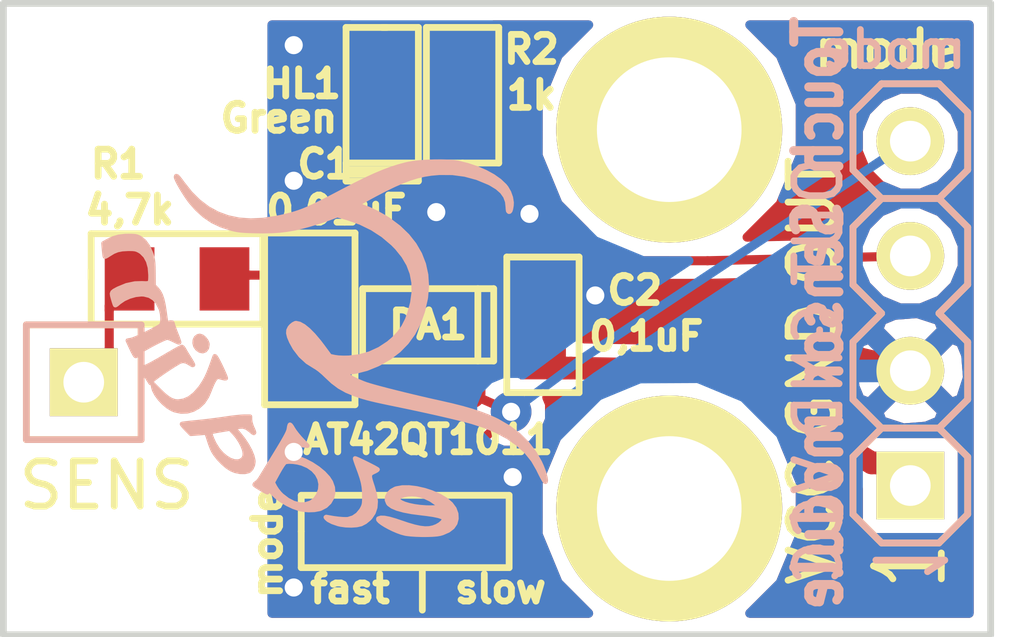
<source format=kicad_pcb>
(kicad_pcb (version 4) (host pcbnew "(2014-07-12 BZR 4289 GOST-COMMITTERS)-product")

  (general
    (links 16)
    (no_connects 0)
    (area 100.000999 100.000999 124.336286 114.14567)
    (thickness 1.6)
    (drawings 10)
    (tracks 107)
    (zones 0)
    (modules 13)
    (nets 11)
  )

  (page A4)
  (layers
    (0 F.Cu signal)
    (31 B.Cu signal)
    (36 B.SilkS user)
    (37 F.SilkS user)
    (38 B.Mask user)
    (39 F.Mask user)
    (44 Edge.Cuts user)
  )

  (setup
    (last_trace_width 0.2)
    (trace_clearance 0.2)
    (zone_clearance 0.3)
    (zone_45_only no)
    (trace_min 0.2)
    (segment_width 0.2)
    (edge_width 0.15)
    (via_size 0.9)
    (via_drill 0.4)
    (via_min_size 0.7)
    (via_min_drill 0.3)
    (uvia_size 0.7)
    (uvia_drill 0.3)
    (uvias_allowed no)
    (uvia_min_size 0.508)
    (uvia_min_drill 0.127)
    (pcb_text_width 0.3)
    (pcb_text_size 1.5 1.5)
    (mod_edge_width 0.15)
    (mod_text_size 1.5 1.5)
    (mod_text_width 0.15)
    (pad_size 5 5)
    (pad_drill 3.2)
    (pad_to_mask_clearance 0.2)
    (aux_axis_origin 0 0)
    (visible_elements 7FFFF77F)
    (pcbplotparams
      (layerselection 0x010f0_80000001)
      (usegerberextensions true)
      (gerberprecision 5)
      (excludeedgelayer true)
      (linewidth 0.150000)
      (plotframeref false)
      (viasonmask false)
      (mode 1)
      (useauxorigin false)
      (hpglpennumber 1)
      (hpglpenspeed 20)
      (hpglpendiameter 15)
      (hpglpenoverlay 2)
      (psnegative false)
      (psa4output false)
      (plotreference true)
      (plotvalue true)
      (plotinvisibletext false)
      (padsonsilk false)
      (subtractmaskfromsilk false)
      (outputformat 1)
      (mirror false)
      (drillshape 0)
      (scaleselection 1)
      (outputdirectory GerberAT/))
  )

  (net 0 "")
  (net 1 GND)
  (net 2 /VCC)
  (net 3 "Net-(HOLE1-PadH)")
  (net 4 "Net-(HOLE2-PadH)")
  (net 5 "Net-(HL1-PadA)")
  (net 6 "Net-(C1-Pad1)")
  (net 7 "Net-(C1-Pad2)")
  (net 8 /Out)
  (net 9 /mode)
  (net 10 "Net-(E1-Pad1)")

  (net_class Default "Это класс цепей по умолчанию."
    (clearance 0.2)
    (trace_width 0.2)
    (via_dia 0.9)
    (via_drill 0.4)
    (uvia_dia 0.7)
    (uvia_drill 0.3)
    (add_net /Out)
    (add_net /mode)
    (add_net "Net-(C1-Pad1)")
    (add_net "Net-(C1-Pad2)")
    (add_net "Net-(E1-Pad1)")
    (add_net "Net-(HL1-PadA)")
    (add_net "Net-(HOLE1-PadH)")
    (add_net "Net-(HOLE2-PadH)")
  )

  (net_class wide ""
    (clearance 0.2)
    (trace_width 0.5)
    (via_dia 0.9)
    (via_drill 0.4)
    (uvia_dia 0.7)
    (uvia_drill 0.3)
    (add_net /VCC)
    (add_net GND)
  )

  (module Graphics:Eldalim_10x8_back (layer B.Cu) (tedit 57D2F8CD) (tstamp 57D54FBB)
    (at 107.188 107.696)
    (path /57C01481)
    (fp_text reference Logo1 (at 0 0) (layer B.SilkS) hide
      (effects (font (thickness 0.3)) (justify mirror))
    )
    (fp_text value Eldalim (at 0.75 0) (layer B.SilkS) hide
      (effects (font (thickness 0.3)) (justify mirror))
    )
    (fp_poly (pts (xy 2.912154 3.780645) (xy 2.885278 3.884049) (xy 2.825768 3.970835) (xy 2.733047 4.041535)
      (xy 2.606536 4.096678) (xy 2.549408 4.113683) (xy 2.481454 4.125291) (xy 2.38545 4.133008)
      (xy 2.270767 4.136891) (xy 2.146775 4.136996) (xy 2.022847 4.133379) (xy 1.908353 4.126095)
      (xy 1.812665 4.1152) (xy 1.778 4.109086) (xy 1.696788 4.087353) (xy 1.60702 4.05507)
      (xy 1.513999 4.015202) (xy 1.423029 3.970715) (xy 1.339411 3.924574) (xy 1.268447 3.879744)
      (xy 1.215441 3.83919) (xy 1.185695 3.805878) (xy 1.18451 3.782773) (xy 1.188496 3.779425)
      (xy 1.24073 3.763221) (xy 1.319067 3.765217) (xy 1.425255 3.785702) (xy 1.561038 3.824963)
      (xy 1.652934 3.85606) (xy 1.831948 3.916282) (xy 1.982387 3.959873) (xy 2.109152 3.987381)
      (xy 2.217147 3.999353) (xy 2.311275 3.996339) (xy 2.39644 3.978884) (xy 2.476472 3.948043)
      (xy 2.543874 3.908797) (xy 2.597085 3.863668) (xy 2.63037 3.81921) (xy 2.637997 3.781979)
      (xy 2.63217 3.770075) (xy 2.591576 3.743308) (xy 2.538972 3.72602) (xy 2.538972 3.513752)
      (xy 2.524215 3.491068) (xy 2.481564 3.453358) (xy 2.469397 3.443621) (xy 2.347224 3.35919)
      (xy 2.218317 3.297495) (xy 2.117594 3.26383) (xy 2.024582 3.244838) (xy 1.927001 3.238434)
      (xy 1.831927 3.24341) (xy 1.746437 3.258558) (xy 1.677608 3.282669) (xy 1.632515 3.314534)
      (xy 1.618074 3.349138) (xy 1.636014 3.385354) (xy 1.686343 3.420722) (xy 1.763825 3.453806)
      (xy 1.863225 3.48317) (xy 1.979305 3.507376) (xy 2.106831 3.524988) (xy 2.240566 3.534569)
      (xy 2.298573 3.535861) (xy 2.384311 3.535381) (xy 2.457857 3.533041) (xy 2.509904 3.529248)
      (xy 2.529007 3.525783) (xy 2.538972 3.513752) (xy 2.538972 3.72602) (xy 2.515353 3.718258)
      (xy 2.402956 3.694801) (xy 2.253839 3.672817) (xy 2.140807 3.659668) (xy 1.924595 3.631552)
      (xy 1.744004 3.597335) (xy 1.599398 3.557127) (xy 1.49114 3.511035) (xy 1.419595 3.459168)
      (xy 1.402947 3.439177) (xy 1.375223 3.370644) (xy 1.380342 3.298584) (xy 1.414807 3.229226)
      (xy 1.475117 3.168796) (xy 1.557774 3.123521) (xy 1.585631 3.114055) (xy 1.713831 3.091373)
      (xy 1.865472 3.090737) (xy 2.034035 3.111428) (xy 2.212999 3.152725) (xy 2.357002 3.199281)
      (xy 2.534424 3.275301) (xy 2.679013 3.36147) (xy 2.78988 3.456858) (xy 2.866137 3.560533)
      (xy 2.906893 3.671565) (xy 2.912154 3.780645) (xy 2.912154 3.780645)) (layer B.SilkS) (width 0.1))
    (fp_poly (pts (xy 1.1665 2.694342) (xy 1.150852 2.708911) (xy 1.110937 2.731349) (xy 1.081852 2.745025)
      (xy 1.03723 2.767309) (xy 1.008445 2.791654) (xy 0.995038 2.824221) (xy 0.996551 2.871172)
      (xy 1.012526 2.938667) (xy 1.042505 3.032868) (xy 1.057225 3.076222) (xy 1.105993 3.249001)
      (xy 1.125812 3.400139) (xy 1.116378 3.532392) (xy 1.077389 3.648519) (xy 1.008541 3.751276)
      (xy 0.979703 3.782238) (xy 0.892865 3.853603) (xy 0.803595 3.89979) (xy 0.80032 3.900928)
      (xy 0.705277 3.921787) (xy 0.588635 3.930178) (xy 0.46426 3.926214) (xy 0.346019 3.910008)
      (xy 0.29163 3.8968) (xy 0.166867 3.853735) (xy 0.078872 3.807823) (xy 0.03626 3.770438)
      (xy 0.021883 3.749622) (xy 0.031223 3.743888) (xy 0.070469 3.750173) (xy 0.07526 3.751138)
      (xy 0.187643 3.770925) (xy 0.299956 3.785496) (xy 0.40193 3.793891) (xy 0.483294 3.795148)
      (xy 0.51599 3.792381) (xy 0.627903 3.75722) (xy 0.726714 3.689833) (xy 0.805712 3.595076)
      (xy 0.818445 3.573448) (xy 0.844004 3.524598) (xy 0.860369 3.482431) (xy 0.869521 3.436265)
      (xy 0.873443 3.375416) (xy 0.87412 3.2892) (xy 0.874065 3.273778) (xy 0.871224 3.168252)
      (xy 0.86228 3.073551) (xy 0.845179 2.980305) (xy 0.817863 2.879144) (xy 0.778278 2.7607)
      (xy 0.73683 2.648355) (xy 0.707872 2.569921) (xy 0.68547 2.505486) (xy 0.672114 2.462474)
      (xy 0.669708 2.448332) (xy 0.688073 2.453062) (xy 0.732494 2.471747) (xy 0.795734 2.500805)
      (xy 0.870556 2.536652) (xy 0.949724 2.575704) (xy 1.026001 2.614378) (xy 1.09215 2.64909)
      (xy 1.140936 2.676257) (xy 1.165121 2.692294) (xy 1.1665 2.694342) (xy 1.1665 2.694342)) (layer B.SilkS) (width 0.1))
    (fp_poly (pts (xy 0.183633 3.207993) (xy 0.15848 3.31899) (xy 0.102733 3.417593) (xy 0.018652 3.498489)
      (xy -0.091505 3.556366) (xy -0.092845 3.556808) (xy -0.092845 3.014813) (xy -0.117234 2.89871)
      (xy -0.173164 2.791149) (xy -0.258648 2.695987) (xy -0.371695 2.617078) (xy -0.506611 2.559455)
      (xy -0.601722 2.535427) (xy -0.701208 2.520884) (xy -0.792688 2.516892) (xy -0.863784 2.524521)
      (xy -0.874889 2.527674) (xy -0.900338 2.549932) (xy -0.938831 2.601932) (xy -0.98742 2.679354)
      (xy -1.033238 2.759706) (xy -1.153958 2.979267) (xy -1.10116 3.080109) (xy -1.056882 3.149019)
      (xy -0.997704 3.22161) (xy -0.953201 3.26651) (xy -0.821856 3.367278) (xy -0.690407 3.43471)
      (xy -0.561523 3.468232) (xy -0.437872 3.467271) (xy -0.32212 3.431253) (xy -0.284114 3.41035)
      (xy -0.207534 3.347237) (xy -0.147769 3.259366) (xy -0.146646 3.257228) (xy -0.101986 3.135604)
      (xy -0.092845 3.014813) (xy -0.092845 3.556808) (xy -0.120185 3.565831) (xy -0.231127 3.586437)
      (xy -0.35959 3.590872) (xy -0.489159 3.579221) (xy -0.564444 3.563533) (xy -0.695941 3.518392)
      (xy -0.830918 3.454434) (xy -0.959859 3.377504) (xy -1.073251 3.293441) (xy -1.161578 3.208089)
      (xy -1.179759 3.185757) (xy -1.211431 3.146939) (xy -1.229976 3.135419) (xy -1.243579 3.147482)
      (xy -1.247779 3.154882) (xy -1.265025 3.185629) (xy -1.271334 3.195511) (xy -1.288493 3.189736)
      (xy -1.328354 3.169077) (xy -1.381887 3.138873) (xy -1.440059 3.10446) (xy -1.493839 3.071178)
      (xy -1.534196 3.044364) (xy -1.551919 3.029675) (xy -1.543907 3.012027) (xy -1.51663 2.992646)
      (xy -1.478815 2.961602) (xy -1.439488 2.913727) (xy -1.430844 2.90044) (xy -1.410365 2.866977)
      (xy -1.373124 2.806158) (xy -1.32202 2.722716) (xy -1.259949 2.62138) (xy -1.18981 2.506881)
      (xy -1.1145 2.383951) (xy -1.096341 2.354311) (xy -1.007257 2.207941) (xy -0.936696 2.089594)
      (xy -0.882737 1.995701) (xy -0.843458 1.922695) (xy -0.816937 1.867008) (xy -0.801251 1.825072)
      (xy -0.79457 1.794139) (xy -0.786082 1.742095) (xy -0.77567 1.708302) (xy -0.771601 1.702861)
      (xy -0.756181 1.71333) (xy -0.730115 1.749079) (xy -0.705567 1.790721) (xy -0.66888 1.84742)
      (xy -0.614434 1.918764) (xy -0.551381 1.993093) (xy -0.519964 2.02723) (xy -0.386764 2.167454)
      (xy -0.494632 2.153977) (xy -0.586862 2.149235) (xy -0.655222 2.165236) (xy -0.710022 2.206989)
      (xy -0.761573 2.279502) (xy -0.765004 2.285309) (xy -0.824453 2.386748) (xy -0.746189 2.399716)
      (xy -0.59553 2.436993) (xy -0.441215 2.497243) (xy -0.29025 2.575924) (xy -0.14964 2.668491)
      (xy -0.02639 2.770401) (xy 0.072494 2.87711) (xy 0.133124 2.970065) (xy 0.175934 3.089914)
      (xy 0.183633 3.207993) (xy 0.183633 3.207993)) (layer B.SilkS) (width 0.1))
    (fp_poly (pts (xy 4.889087 2.931963) (xy 4.888521 2.939329) (xy 4.882982 2.963442) (xy 4.87256 2.961781)
      (xy 4.851218 2.931366) (xy 4.841849 2.916296) (xy 4.815492 2.869505) (xy 4.77958 2.800461)
      (xy 4.740258 2.721112) (xy 4.723851 2.686843) (xy 4.607675 2.485147) (xy 4.457915 2.299636)
      (xy 4.275151 2.130725) (xy 4.059963 1.978828) (xy 3.812934 1.844362) (xy 3.534643 1.72774)
      (xy 3.255456 1.63768) (xy 3.120964 1.601426) (xy 2.954312 1.559418) (xy 2.760338 1.512767)
      (xy 2.543881 1.462579) (xy 2.30978 1.409963) (xy 2.062874 1.356026) (xy 1.808002 1.301877)
      (xy 1.608667 1.260592) (xy 1.421207 1.221906) (xy 1.26535 1.188919) (xy 1.135734 1.160294)
      (xy 1.026994 1.134696) (xy 0.933768 1.110793) (xy 0.850692 1.087248) (xy 0.772403 1.062727)
      (xy 0.693538 1.035895) (xy 0.664783 1.025703) (xy 0.480933 0.950131) (xy 0.321924 0.861421)
      (xy 0.175339 0.751692) (xy 0.052111 0.636892) (xy -0.034487 0.554492) (xy -0.116955 0.484944)
      (xy -0.187138 0.434927) (xy -0.211297 0.421195) (xy -0.385203 0.312364) (xy -0.536832 0.173823)
      (xy -0.664435 0.007398) (xy -0.743116 -0.1342) (xy -0.787527 -0.238908) (xy -0.807699 -0.32146)
      (xy -0.80367 -0.388452) (xy -0.775476 -0.446479) (xy -0.745066 -0.481659) (xy -0.69777 -0.520277)
      (xy -0.653048 -0.542991) (xy -0.638118 -0.54563) (xy -0.558753 -0.52837) (xy -0.466594 -0.477339)
      (xy -0.362929 -0.39366) (xy -0.249049 -0.278457) (xy -0.126245 -0.132853) (xy -0.051079 -0.034432)
      (xy 0.111234 0.185137) (xy 0.220247 0.207822) (xy 0.303335 0.21868) (xy 0.412075 0.223288)
      (xy 0.534931 0.22116) (xy 0.536223 0.221102) (xy 0.76988 0.191952) (xy 0.996152 0.12725)
      (xy 1.210389 0.028976) (xy 1.407944 -0.100893) (xy 1.522474 -0.198727) (xy 1.645383 -0.32873)
      (xy 1.742332 -0.465364) (xy 1.820263 -0.619694) (xy 1.870035 -0.752593) (xy 1.936261 -0.99568)
      (xy 1.967882 -1.224695) (xy 1.964537 -1.441168) (xy 1.925863 -1.646628) (xy 1.8515 -1.842605)
      (xy 1.741085 -2.03063) (xy 1.594257 -2.212231) (xy 1.502854 -2.305152) (xy 1.285843 -2.488862)
      (xy 1.048144 -2.643672) (xy 0.787322 -2.770922) (xy 0.500944 -2.871951) (xy 0.443609 -2.888247)
      (xy 0.275736 -2.934255) (xy 0.098793 -2.867982) (xy -0.037354 -2.820069) (xy -0.192718 -2.770407)
      (xy -0.354233 -2.722824) (xy -0.508832 -2.681147) (xy -0.643449 -2.649202) (xy -0.660047 -2.645706)
      (xy -0.827967 -2.615477) (xy -0.996327 -2.594947) (xy -1.17503 -2.583393) (xy -1.373976 -2.580091)
      (xy -1.528018 -2.58224) (xy -1.662696 -2.586023) (xy -1.768019 -2.590721) (xy -1.852261 -2.597208)
      (xy -1.923698 -2.606359) (xy -1.990603 -2.619047) (xy -2.061252 -2.636147) (xy -2.076625 -2.64019)
      (xy -2.295325 -2.711502) (xy -2.489487 -2.804422) (xy -2.665449 -2.923119) (xy -2.829549 -3.071763)
      (xy -2.963308 -3.223367) (xy -3.014744 -3.291545) (xy -3.071251 -3.373918) (xy -3.128795 -3.463681)
      (xy -3.183343 -3.554025) (xy -3.230864 -3.638145) (xy -3.267325 -3.709234) (xy -3.288692 -3.760485)
      (xy -3.292592 -3.779159) (xy -3.287033 -3.798582) (xy -3.269044 -3.792467) (xy -3.236661 -3.758956)
      (xy -3.187918 -3.696187) (xy -3.151182 -3.64537) (xy -2.976313 -3.424862) (xy -2.789321 -3.238855)
      (xy -2.589203 -3.087001) (xy -2.374959 -2.968953) (xy -2.145588 -2.884362) (xy -1.900087 -2.83288)
      (xy -1.637457 -2.814159) (xy -1.356696 -2.827852) (xy -1.056803 -2.87361) (xy -0.97837 -2.890097)
      (xy -0.864133 -2.916203) (xy -0.760394 -2.94225) (xy -0.662813 -2.970055) (xy -0.567052 -3.001434)
      (xy -0.468772 -3.038203) (xy -0.363633 -3.08218) (xy -0.247296 -3.135179) (xy -0.115423 -3.199019)
      (xy 0.036326 -3.275515) (xy 0.21229 -3.366484) (xy 0.416808 -3.473742) (xy 0.420704 -3.475794)
      (xy 0.672579 -3.606118) (xy 0.897647 -3.717262) (xy 1.100322 -3.811054) (xy 1.285017 -3.88932)
      (xy 1.456146 -3.953888) (xy 1.618122 -4.006585) (xy 1.775358 -4.049238) (xy 1.845193 -4.06552)
      (xy 1.957841 -4.085064) (xy 2.095467 -4.100427) (xy 2.249095 -4.11138) (xy 2.409747 -4.117695)
      (xy 2.568447 -4.119143) (xy 2.716219 -4.115496) (xy 2.844084 -4.106526) (xy 2.936841 -4.093291)
      (xy 3.156215 -4.039773) (xy 3.363648 -3.970698) (xy 3.554409 -3.888485) (xy 3.723771 -3.795551)
      (xy 3.867004 -3.694314) (xy 3.979379 -3.587192) (xy 4.015835 -3.541583) (xy 4.074894 -3.439243)
      (xy 4.115178 -3.326043) (xy 4.132929 -3.214983) (xy 4.13007 -3.146375) (xy 4.117338 -3.073884)
      (xy 4.104201 -3.031868) (xy 4.087725 -3.013261) (xy 4.073566 -3.01037) (xy 4.057128 -3.0275)
      (xy 4.049931 -3.079673) (xy 4.049527 -3.102461) (xy 4.035891 -3.233256) (xy 3.993607 -3.348792)
      (xy 3.920609 -3.451785) (xy 3.814833 -3.544951) (xy 3.674214 -3.631007) (xy 3.63126 -3.652764)
      (xy 3.369378 -3.761337) (xy 3.100704 -3.833937) (xy 2.823129 -3.870897) (xy 2.534549 -3.872553)
      (xy 2.351359 -3.856265) (xy 2.200571 -3.832508) (xy 2.048087 -3.7973) (xy 1.88952 -3.74893)
      (xy 1.72048 -3.685691) (xy 1.536579 -3.605872) (xy 1.333428 -3.507764) (xy 1.106637 -3.389659)
      (xy 0.987778 -3.32519) (xy 0.883602 -3.268129) (xy 0.809291 -3.226521) (xy 0.761998 -3.197227)
      (xy 0.738874 -3.177109) (xy 0.737068 -3.163027) (xy 0.753733 -3.151841) (xy 0.786019 -3.140413)
      (xy 0.812366 -3.131917) (xy 0.974551 -3.069452) (xy 1.149128 -2.986099) (xy 1.322837 -2.888501)
      (xy 1.415151 -2.829863) (xy 1.63761 -2.662715) (xy 1.826773 -2.480117) (xy 1.982153 -2.283113)
      (xy 2.103263 -2.07275) (xy 2.189617 -1.850077) (xy 2.240728 -1.616138) (xy 2.256109 -1.371981)
      (xy 2.235274 -1.118653) (xy 2.22894 -1.079613) (xy 2.165382 -0.801249) (xy 2.074987 -0.549042)
      (xy 1.957138 -0.322154) (xy 1.811216 -0.119748) (xy 1.636603 0.059012) (xy 1.432682 0.214962)
      (xy 1.198834 0.34894) (xy 1.159418 0.368006) (xy 0.925254 0.462681) (xy 0.69953 0.52147)
      (xy 0.566004 0.539629) (xy 0.426452 0.551683) (xy 0.481337 0.595521) (xy 0.573341 0.65713)
      (xy 0.69524 0.720364) (xy 0.839672 0.781587) (xy 0.912519 0.808378) (xy 0.986127 0.831902)
      (xy 1.091545 0.862297) (xy 1.223836 0.898326) (xy 1.378063 0.938752) (xy 1.549291 0.982339)
      (xy 1.732583 1.02785) (xy 1.923002 1.074048) (xy 2.115613 1.119696) (xy 2.305479 1.163558)
      (xy 2.487664 1.204395) (xy 2.530593 1.213804) (xy 2.800523 1.275241) (xy 3.03772 1.334971)
      (xy 3.246947 1.394488) (xy 3.432963 1.455288) (xy 3.60053 1.518866) (xy 3.754408 1.586716)
      (xy 3.819408 1.618512) (xy 4.070808 1.764122) (xy 4.292097 1.932205) (xy 4.483209 2.122698)
      (xy 4.644079 2.335537) (xy 4.75532 2.530593) (xy 4.79642 2.620754) (xy 4.833271 2.714947)
      (xy 4.862949 2.804196) (xy 4.88253 2.879526) (xy 4.889087 2.931963) (xy 4.889087 2.931963)) (layer B.SilkS) (width 0.1))
    (fp_poly (pts (xy -1.565405 1.875149) (xy -1.573422 1.884478) (xy -1.602396 1.865743) (xy -1.644607 1.828603)
      (xy -1.727576 1.766998) (xy -1.809387 1.739771) (xy -1.89812 1.744818) (xy -1.932176 1.75378)
      (xy -2.011093 1.778) (xy -1.905552 1.900296) (xy -1.805215 2.026985) (xy -1.719471 2.155978)
      (xy -1.651544 2.281098) (xy -1.604658 2.396165) (xy -1.582036 2.494999) (xy -1.580444 2.523475)
      (xy -1.592569 2.597822) (xy -1.624272 2.666283) (xy -1.668544 2.715404) (xy -1.685718 2.725541)
      (xy -1.769191 2.746473) (xy -1.769191 2.340269) (xy -1.781374 2.264427) (xy -1.815674 2.171821)
      (xy -1.867222 2.071911) (xy -1.931151 1.974159) (xy -2.000939 1.88977) (xy -2.097852 1.787422)
      (xy -2.310368 1.822758) (xy -2.395549 1.83764) (xy -2.466374 1.851366) (xy -2.514996 1.862327)
      (xy -2.533317 1.868527) (xy -2.535317 1.894424) (xy -2.521771 1.945926) (xy -2.495288 2.015677)
      (xy -2.458474 2.096322) (xy -2.438955 2.134732) (xy -2.366946 2.249454) (xy -2.28211 2.34801)
      (xy -2.189431 2.427279) (xy -2.093893 2.484141) (xy -2.00048 2.515476) (xy -1.914175 2.518163)
      (xy -1.856726 2.499297) (xy -1.80242 2.457806) (xy -1.775205 2.400817) (xy -1.769191 2.340269)
      (xy -1.769191 2.746473) (xy -1.770228 2.746734) (xy -1.872295 2.745673) (xy -1.979987 2.72348)
      (xy -2.064933 2.689895) (xy -2.155147 2.632665) (xy -2.251626 2.551315) (xy -2.344525 2.455731)
      (xy -2.423999 2.355797) (xy -2.468411 2.284796) (xy -2.498172 2.220732) (xy -2.531021 2.13644)
      (xy -2.560727 2.048145) (xy -2.565766 2.031351) (xy -2.588229 1.960872) (xy -2.608822 1.907188)
      (xy -2.624321 1.878281) (xy -2.628759 1.87548) (xy -2.653944 1.878417) (xy -2.706806 1.883276)
      (xy -2.777499 1.88917) (xy -2.804219 1.891281) (xy -2.963333 1.903675) (xy -3.065712 1.79897)
      (xy -3.112867 1.748767) (xy -3.146243 1.709394) (xy -3.160039 1.687811) (xy -3.159786 1.686045)
      (xy -3.139237 1.681676) (xy -3.087465 1.674698) (xy -3.010724 1.665841) (xy -2.915273 1.655836)
      (xy -2.828912 1.647426) (xy -2.691304 1.633185) (xy -2.537139 1.615167) (xy -2.382816 1.595406)
      (xy -2.244737 1.575939) (xy -2.209272 1.570513) (xy -2.095859 1.554061) (xy -1.984182 1.540164)
      (xy -1.884567 1.529954) (xy -1.80734 1.524559) (xy -1.783952 1.524) (xy -1.655703 1.524)
      (xy -1.65552 1.594555) (xy -1.647222 1.651898) (xy -1.626145 1.722621) (xy -1.608483 1.765757)
      (xy -1.577405 1.836121) (xy -1.565405 1.875149) (xy -1.565405 1.875149)) (layer B.SilkS) (width 0.1))
    (fp_poly (pts (xy -2.1917 0.673972) (xy -2.213897 0.674992) (xy -2.257825 0.666069) (xy -2.27395 0.661533)
      (xy -2.325311 0.64758) (xy -2.362163 0.640102) (xy -2.367413 0.639704) (xy -2.40384 0.657752)
      (xy -2.445205 0.710058) (xy -2.489673 0.793864) (xy -2.523187 0.873734) (xy -2.553821 0.951172)
      (xy -2.58315 1.021812) (xy -2.605924 1.073097) (xy -2.610196 1.081852) (xy -2.691432 1.204745)
      (xy -2.794401 1.301011) (xy -2.913816 1.368749) (xy -3.04439 1.40606) (xy -3.180836 1.411044)
      (xy -3.317868 1.381801) (xy -3.377259 1.357473) (xy -3.473351 1.299416) (xy -3.5681 1.220277)
      (xy -3.654708 1.12798) (xy -3.726376 1.030451) (xy -3.776308 0.935612) (xy -3.795597 0.869832)
      (xy -3.806936 0.79963) (xy -3.663994 0.943865) (xy -3.560418 1.042721) (xy -3.47192 1.11349)
      (xy -3.392876 1.159508) (xy -3.317664 1.184114) (xy -3.248105 1.190709) (xy -3.120351 1.172058)
      (xy -2.996684 1.116479) (xy -2.877954 1.024537) (xy -2.76501 0.896793) (xy -2.729009 0.846667)
      (xy -2.669184 0.754308) (xy -2.619375 0.664462) (xy -2.573886 0.565469) (xy -2.527023 0.44567)
      (xy -2.50933 0.396912) (xy -2.48104 0.317882) (xy -2.456812 0.250332) (xy -2.439901 0.203322)
      (xy -2.4344 0.188148) (xy -2.422954 0.193181) (xy -2.398547 0.229059) (xy -2.363303 0.292158)
      (xy -2.319346 0.378848) (xy -2.303176 0.412254) (xy -2.26147 0.501164) (xy -2.227274 0.577631)
      (xy -2.203202 0.635513) (xy -2.191871 0.668668) (xy -2.1917 0.673972) (xy -2.1917 0.673972)) (layer B.SilkS) (width 0.1))
    (fp_poly (pts (xy -2.916296 0.37784) (xy -2.929217 0.379614) (xy -2.961776 0.361595) (xy -2.979015 0.349188)
      (xy -3.058982 0.303316) (xy -3.135914 0.287211) (xy -3.200923 0.301826) (xy -3.266899 0.338928)
      (xy -3.347745 0.388242) (xy -3.437482 0.44568) (xy -3.530129 0.507152) (xy -3.619704 0.568569)
      (xy -3.700228 0.625842) (xy -3.765719 0.674881) (xy -3.810197 0.711596) (xy -3.826903 0.729842)
      (xy -3.852654 0.77899) (xy -3.918011 0.676421) (xy -3.964658 0.600673) (xy -4.00419 0.531761)
      (xy -4.032357 0.477483) (xy -4.044909 0.445635) (xy -4.045185 0.443082) (xy -4.028952 0.435494)
      (xy -3.99483 0.432741) (xy -3.961552 0.422889) (xy -3.899949 0.394508) (xy -3.813385 0.349361)
      (xy -3.705226 0.289212) (xy -3.578837 0.215822) (xy -3.563876 0.206963) (xy -3.455502 0.143162)
      (xy -3.357422 0.08635) (xy -3.274402 0.039211) (xy -3.211206 0.00443) (xy -3.1726 -0.015308)
      (xy -3.163158 -0.018815) (xy -3.142158 -0.003622) (xy -3.116352 0.03379) (xy -3.111789 0.042333)
      (xy -3.086252 0.088119) (xy -3.047761 0.152396) (xy -3.00408 0.222241) (xy -2.998417 0.231068)
      (xy -2.960006 0.292988) (xy -2.931205 0.343687) (xy -2.916989 0.374274) (xy -2.916296 0.37784)
      (xy -2.916296 0.37784)) (layer B.SilkS) (width 0.1))
    (fp_poly (pts (xy -3.223697 -0.119068) (xy -3.242554 -0.123512) (xy -3.285014 -0.141984) (xy -3.338826 -0.168911)
      (xy -3.401596 -0.1987) (xy -3.456485 -0.21917) (xy -3.487355 -0.225466) (xy -3.521617 -0.216439)
      (xy -3.580732 -0.192029) (xy -3.658056 -0.155785) (xy -3.746947 -0.111261) (xy -3.840763 -0.062007)
      (xy -3.932861 -0.011574) (xy -4.0166 0.036485) (xy -4.085336 0.078621) (xy -4.132427 0.111281)
      (xy -4.150567 0.129118) (xy -4.171183 0.165497) (xy -4.182975 0.181692) (xy -4.195113 0.170725)
      (xy -4.218751 0.131916) (xy -4.250164 0.07183) (xy -4.276596 0.016729) (xy -4.358524 -0.159926)
      (xy -4.291225 -0.170458) (xy -4.244231 -0.183624) (xy -4.174663 -0.210417) (xy -4.089249 -0.247493)
      (xy -3.994717 -0.291505) (xy -3.897793 -0.339108) (xy -3.805205 -0.386957) (xy -3.723679 -0.431706)
      (xy -3.659943 -0.470009) (xy -3.620725 -0.498521) (xy -3.612427 -0.508031) (xy -3.595064 -0.568518)
      (xy -3.590786 -0.65161) (xy -3.59901 -0.744853) (xy -3.619152 -0.835794) (xy -3.629176 -0.865482)
      (xy -3.692951 -0.993226) (xy -3.775894 -1.088657) (xy -3.877885 -1.151684) (xy -3.998802 -1.182216)
      (xy -4.057587 -1.185333) (xy -4.18732 -1.171695) (xy -4.321351 -1.134035) (xy -4.446827 -1.077241)
      (xy -4.550899 -1.006198) (xy -4.567014 -0.991661) (xy -4.605506 -0.959098) (xy -4.63238 -0.943611)
      (xy -4.638015 -0.94404) (xy -4.647759 -0.965969) (xy -4.663886 -1.014164) (xy -4.68304 -1.078544)
      (xy -4.684539 -1.083865) (xy -4.702903 -1.152036) (xy -4.708574 -1.197642) (xy -4.696892 -1.2299)
      (xy -4.663195 -1.258025) (xy -4.602822 -1.291234) (xy -4.571525 -1.307304) (xy -4.387035 -1.38315)
      (xy -4.200406 -1.421904) (xy -4.045085 -1.426428) (xy -3.961209 -1.423045) (xy -3.907024 -1.426837)
      (xy -3.876029 -1.444245) (xy -3.861722 -1.481706) (xy -3.857603 -1.545663) (xy -3.857294 -1.612444)
      (xy -3.870042 -1.774851) (xy -3.908365 -1.914428) (xy -3.971238 -2.028942) (xy -4.057637 -2.116162)
      (xy -4.101629 -2.144643) (xy -4.148306 -2.168009) (xy -4.193196 -2.181961) (xy -4.248169 -2.188609)
      (xy -4.325099 -2.190062) (xy -4.355629 -2.189783) (xy -4.482814 -2.182532) (xy -4.586607 -2.161877)
      (xy -4.679997 -2.124029) (xy -4.771084 -2.068578) (xy -4.819359 -2.037597) (xy -4.853931 -2.019573)
      (xy -4.864924 -2.017616) (xy -4.870258 -2.038928) (xy -4.877011 -2.087933) (xy -4.883866 -2.154793)
      (xy -4.884983 -2.167651) (xy -4.896984 -2.309628) (xy -4.814455 -2.35684) (xy -4.687606 -2.418461)
      (xy -4.5597 -2.455893) (xy -4.417199 -2.472526) (xy -4.346222 -2.474129) (xy -4.25882 -2.473049)
      (xy -4.197757 -2.46834) (xy -4.151768 -2.457835) (xy -4.109591 -2.439366) (xy -4.080439 -2.422979)
      (xy -3.991518 -2.350639) (xy -3.915618 -2.245298) (xy -3.851858 -2.105647) (xy -3.836062 -2.060222)
      (xy -3.818197 -2.000182) (xy -3.805769 -1.941511) (xy -3.797759 -1.875017) (xy -3.793149 -1.791505)
      (xy -3.790917 -1.681784) (xy -3.790621 -1.650472) (xy -3.788382 -1.372424) (xy -3.71915 -1.301525)
      (xy -3.670296 -1.240603) (xy -3.630343 -1.164607) (xy -3.597471 -1.068062) (xy -3.569861 -0.945489)
      (xy -3.545692 -0.791412) (xy -3.543081 -0.771661) (xy -3.529313 -0.670653) (xy -3.518021 -0.601872)
      (xy -3.50784 -0.560111) (xy -3.497405 -0.540164) (xy -3.485349 -0.536825) (xy -3.481794 -0.538029)
      (xy -3.416679 -0.559311) (xy -3.378372 -0.556815) (xy -3.367852 -0.535868) (xy -3.361105 -0.505477)
      (xy -3.342867 -0.449159) (xy -3.316143 -0.375715) (xy -3.292262 -0.314498) (xy -3.262166 -0.237353)
      (xy -3.239109 -0.174124) (xy -3.225701 -0.132241) (xy -3.223697 -0.119068) (xy -3.223697 -0.119068)) (layer B.SilkS) (width 0.1))
    (fp_poly (pts (xy -2.596444 -0.07192) (xy -2.610107 0.003989) (xy -2.646537 0.053895) (xy -2.698898 0.075026)
      (xy -2.760353 0.064606) (xy -2.823669 0.020262) (xy -2.864348 -0.039179) (xy -2.881192 -0.105303)
      (xy -2.875946 -0.169354) (xy -2.850356 -0.222572) (xy -2.806169 -0.256199) (xy -2.767118 -0.263407)
      (xy -2.716953 -0.247245) (xy -2.66563 -0.206096) (xy -2.622961 -0.150971) (xy -2.598759 -0.092879)
      (xy -2.596444 -0.07192) (xy -2.596444 -0.07192)) (layer B.SilkS) (width 0.1))
  )

  (module Connectors:for_SENS_PLS-3 (layer F.Cu) (tedit 57D2E276) (tstamp 57D29ECD)
    (at 120.142 110.744 90)
    (path /57D19428)
    (fp_text reference XP1 (at 0 1.905 90) (layer F.SilkS) hide
      (effects (font (size 0.6 0.6) (thickness 0.15)))
    )
    (fp_text value for_SENS (at 3.81 1.905 90) (layer F.SilkS) hide
      (effects (font (size 0.6 0.6) (thickness 0.15)))
    )
    (fp_text user 1 (at -1.778 0 90) (layer F.SilkS)
      (effects (font (size 1.5 1) (thickness 0.15)))
    )
    (fp_text user VCC (at -0.762 -2.159 90) (layer F.SilkS)
      (effects (font (size 1 1) (thickness 0.15)))
    )
    (fp_text user GND (at 2.54 -2.159 90) (layer F.SilkS)
      (effects (font (size 1 1) (thickness 0.15)))
    )
    (fp_text user OUT (at 5.842 -2.159 90) (layer F.SilkS)
      (effects (font (size 1 1) (thickness 0.15)))
    )
    (fp_line (start 4.445 1.27) (end 3.81 0.635) (layer B.SilkS) (width 0.15))
    (fp_line (start 6.35 -0.635) (end 5.715 -1.27) (layer B.SilkS) (width 0.15))
    (fp_line (start 4.445 1.27) (end 3.81 0.635) (layer F.SilkS) (width 0.15))
    (fp_line (start 6.35 -0.635) (end 5.715 -1.27) (layer F.SilkS) (width 0.15))
    (fp_line (start 4.445 -1.27) (end 3.81 -0.635) (layer F.SilkS) (width 0.15))
    (fp_line (start 4.445 -1.27) (end 3.81 -0.635) (layer B.SilkS) (width 0.15))
    (fp_line (start 6.35 0.635) (end 5.715 1.27) (layer B.SilkS) (width 0.15))
    (fp_line (start 6.35 -0.635) (end 6.35 0.635) (layer B.SilkS) (width 0.15))
    (fp_line (start 4.445 -1.27) (end 5.715 -1.27) (layer B.SilkS) (width 0.15))
    (fp_line (start 5.715 1.27) (end 4.445 1.27) (layer B.SilkS) (width 0.15))
    (fp_line (start 5.715 1.27) (end 4.445 1.27) (layer F.SilkS) (width 0.15))
    (fp_line (start 5.715 -1.27) (end 4.445 -1.27) (layer F.SilkS) (width 0.15))
    (fp_line (start 6.35 -0.635) (end 6.35 0.635) (layer F.SilkS) (width 0.15))
    (fp_line (start 6.35 0.635) (end 5.715 1.27) (layer F.SilkS) (width 0.15))
    (fp_line (start 3.81 0.635) (end 3.175 1.27) (layer F.SilkS) (width 0.15))
    (fp_line (start 3.175 -1.27) (end 1.905 -1.27) (layer F.SilkS) (width 0.15))
    (fp_line (start 3.175 1.27) (end 1.905 1.27) (layer F.SilkS) (width 0.15))
    (fp_line (start 3.175 1.27) (end 1.905 1.27) (layer B.SilkS) (width 0.15))
    (fp_line (start 1.905 -1.27) (end 3.175 -1.27) (layer B.SilkS) (width 0.15))
    (fp_line (start 3.81 0.635) (end 3.175 1.27) (layer B.SilkS) (width 0.15))
    (fp_line (start 1.905 -1.27) (end 1.27 -0.635) (layer B.SilkS) (width 0.15))
    (fp_line (start 1.905 -1.27) (end 1.27 -0.635) (layer F.SilkS) (width 0.15))
    (fp_line (start 3.81 -0.635) (end 3.175 -1.27) (layer F.SilkS) (width 0.15))
    (fp_line (start 1.905 1.27) (end 1.27 0.635) (layer F.SilkS) (width 0.15))
    (fp_line (start 3.81 -0.635) (end 3.175 -1.27) (layer B.SilkS) (width 0.15))
    (fp_line (start 1.905 1.27) (end 1.27 0.635) (layer B.SilkS) (width 0.15))
    (fp_line (start -0.635 1.27) (end -1.27 0.635) (layer B.SilkS) (width 0.15))
    (fp_line (start 1.27 -0.635) (end 0.635 -1.27) (layer B.SilkS) (width 0.15))
    (fp_line (start -0.635 1.27) (end -1.27 0.635) (layer F.SilkS) (width 0.15))
    (fp_line (start 1.27 -0.635) (end 0.635 -1.27) (layer F.SilkS) (width 0.15))
    (fp_line (start -0.635 -1.27) (end -1.27 -0.635) (layer F.SilkS) (width 0.15))
    (fp_line (start -0.635 -1.27) (end -1.27 -0.635) (layer B.SilkS) (width 0.15))
    (fp_line (start -1.27 0.635) (end -1.27 -0.635) (layer F.SilkS) (width 0.15))
    (fp_line (start 1.27 0.635) (end 0.635 1.27) (layer B.SilkS) (width 0.15))
    (fp_line (start -1.651 0.762) (end -1.905 0.381) (layer B.SilkS) (width 0.15))
    (fp_line (start -1.651 -0.762) (end -1.651 0.762) (layer B.SilkS) (width 0.15))
    (fp_line (start 1.27 -0.635) (end 1.27 0.635) (layer B.SilkS) (width 0.15))
    (fp_line (start -0.635 -1.27) (end 0.635 -1.27) (layer B.SilkS) (width 0.15))
    (fp_line (start 0.635 1.27) (end -0.635 1.27) (layer B.SilkS) (width 0.15))
    (fp_line (start -1.27 0.635) (end -1.27 -0.635) (layer B.SilkS) (width 0.15))
    (fp_line (start 0.635 1.27) (end -0.635 1.27) (layer F.SilkS) (width 0.15))
    (fp_line (start 0.635 -1.27) (end -0.635 -1.27) (layer F.SilkS) (width 0.15))
    (fp_line (start 1.27 -0.635) (end 1.27 0.635) (layer F.SilkS) (width 0.15))
    (fp_line (start 1.27 0.635) (end 0.635 1.27) (layer F.SilkS) (width 0.15))
    (pad 3 thru_hole circle (at 5.08 0 90) (size 1.5 1.5) (drill 0.9) (layers *.Cu *.Mask F.SilkS)
      (net 8 /Out))
    (pad 1 thru_hole rect (at 0 0 90) (size 1.5 1.5) (drill 0.9) (layers *.Cu *.Mask F.SilkS)
      (net 2 /VCC))
    (pad 2 thru_hole circle (at 2.54 0 90) (size 1.5 1.5) (drill 0.9) (layers *.Cu *.Mask F.SilkS)
      (net 1 GND))
  )

  (module PCB_details:Hole_for_M3_small (layer F.Cu) (tedit 584AEEB9) (tstamp 57D2E4E0)
    (at 114.808 111.252)
    (path /57CD4EC5)
    (fp_text reference HOLE1 (at 0 2.6035) (layer F.SilkS) hide
      (effects (font (size 0.127 0.127) (thickness 0.00254)))
    )
    (fp_text value HOLE_METALLED (at 0 -2.54) (layer F.SilkS) hide
      (effects (font (size 0.127 0.127) (thickness 0.00254)))
    )
    (pad H thru_hole circle (at 0 0) (size 5 5) (drill 3.2) (layers *.Cu *.Mask F.SilkS)
      (net 3 "Net-(HOLE1-PadH)"))
  )

  (module PCB_details:Hole_for_M3_small (layer F.Cu) (tedit 584AEEB4) (tstamp 57D2E4E5)
    (at 114.808 102.87)
    (path /57CD4EB6)
    (fp_text reference HOLE2 (at 0 2.6035) (layer F.SilkS) hide
      (effects (font (size 0.127 0.127) (thickness 0.00254)))
    )
    (fp_text value HOLE_METALLED (at 0 -2.54) (layer F.SilkS) hide
      (effects (font (size 0.127 0.127) (thickness 0.00254)))
    )
    (pad H thru_hole circle (at 0 0) (size 5 5) (drill 3.2) (layers *.Cu *.Mask F.SilkS)
      (net 4 "Net-(HOLE2-PadH)"))
  )

  (module Capacitors:CAP0805 (layer F.Cu) (tedit 57E1274C) (tstamp 57D446DC)
    (at 106.856 107.056 270)
    (path /57D18E8A)
    (attr smd)
    (fp_text reference C1 (at -3.424 -0.332 360) (layer F.SilkS)
      (effects (font (size 0.6 0.6) (thickness 0.15)))
    )
    (fp_text value 0,01uF (at -2.408 -0.586 360) (layer F.SilkS)
      (effects (font (size 0.6 0.6) (thickness 0.15)))
    )
    (fp_line (start -1.9 -1) (end 1.9 -1) (layer F.SilkS) (width 0.15))
    (fp_line (start 1.9 -1) (end 1.9 1) (layer F.SilkS) (width 0.15))
    (fp_line (start 1.9 1) (end -1.9 1) (layer F.SilkS) (width 0.15))
    (fp_line (start -1.9 1) (end -1.9 -1) (layer F.SilkS) (width 0.15))
    (pad 1 smd rect (at -1.05 0 270) (size 1.1 1.4) (layers F.Cu F.Mask)
      (net 6 "Net-(C1-Pad1)"))
    (pad 2 smd rect (at 1.05 0 270) (size 1.1 1.4) (layers F.Cu F.Mask)
      (net 7 "Net-(C1-Pad2)"))
    (model 3d\c_0805.wrl
      (at (xyz 0 0 0))
      (scale (xyz 1 1 1))
      (rotate (xyz 0 0 0))
    )
  )

  (module Capacitors:CAP0603 (layer F.Cu) (tedit 57D54FBC) (tstamp 57D446E7)
    (at 112.014 107.188 90)
    (path /57D445EF)
    (attr smd)
    (fp_text reference C2 (at 0.762 2.032 180) (layer F.SilkS)
      (effects (font (size 0.6 0.6) (thickness 0.15)))
    )
    (fp_text value 0,1uF (at -0.254 2.286 180) (layer F.SilkS)
      (effects (font (size 0.6 0.6) (thickness 0.15)))
    )
    (fp_line (start -1.5 0) (end -1.5 -0.8) (layer F.SilkS) (width 0.15))
    (fp_line (start -1.5 -0.8) (end 1.5 -0.8) (layer F.SilkS) (width 0.15))
    (fp_line (start 1.5 -0.8) (end 1.5 0.8) (layer F.SilkS) (width 0.15))
    (fp_line (start 1.5 0.8) (end -1.5 0.8) (layer F.SilkS) (width 0.15))
    (fp_line (start -1.5 0.8) (end -1.5 0) (layer F.SilkS) (width 0.15))
    (pad 1 smd rect (at -0.762 0 90) (size 0.889 1.016) (layers F.Cu F.Mask)
      (net 2 /VCC))
    (pad 2 smd rect (at 0.762 0 90) (size 0.889 1.016) (layers F.Cu F.Mask)
      (net 1 GND))
    (model 3d\c_0603.wrl
      (at (xyz 0 0 0))
      (scale (xyz 1 1 1))
      (rotate (xyz 0 0 0))
    )
  )

  (module SOT:SOT23-6 (layer F.Cu) (tedit 57E1275E) (tstamp 57D446F6)
    (at 109.474 107.188 180)
    (path /57D18E63)
    (fp_text reference DA1 (at 0 0 180) (layer F.SilkS)
      (effects (font (size 0.6 0.6) (thickness 0.15)))
    )
    (fp_text value AT42QT1011 (at 0 -2.54 180) (layer F.SilkS)
      (effects (font (size 0.6 0.6) (thickness 0.15)))
    )
    (fp_line (start -1.1 0.8) (end -1.1 -0.8) (layer F.SilkS) (width 0.15))
    (fp_line (start -1.45034 0.8001) (end -1.45034 -0.8001) (layer F.SilkS) (width 0.14986))
    (fp_line (start -1.45034 -0.8001) (end 1.45034 -0.8001) (layer F.SilkS) (width 0.14986))
    (fp_line (start 1.45034 -0.8001) (end 1.45034 0.8001) (layer F.SilkS) (width 0.14986))
    (fp_line (start 1.45034 0.8001) (end -1.45034 0.8001) (layer F.SilkS) (width 0.14986))
    (pad 1 smd rect (at -0.94996 1.30048 180) (size 0.635 1.09982) (layers F.Cu F.Mask)
      (net 8 /Out))
    (pad 2 smd oval (at 0 1.30048 180) (size 0.635 1.09982) (layers F.Cu F.Mask)
      (net 1 GND))
    (pad 3 smd oval (at 0.94996 1.30048 180) (size 0.635 1.09982) (layers F.Cu F.Mask)
      (net 6 "Net-(C1-Pad1)"))
    (pad 4 smd oval (at 0.94996 -1.30048 180) (size 0.635 1.09982) (layers F.Cu F.Mask)
      (net 7 "Net-(C1-Pad2)"))
    (pad 5 smd oval (at 0 -1.30048 180) (size 0.635 1.09982) (layers F.Cu F.Mask)
      (net 2 /VCC))
    (pad 6 smd oval (at -0.94996 -1.30048 180) (size 0.635 1.09982) (layers F.Cu F.Mask)
      (net 9 /mode))
    (model 3d\sot23-6.wrl
      (at (xyz 0 0 0))
      (scale (xyz 1 1 1))
      (rotate (xyz 0 0 0))
    )
  )

  (module Connectors:PBS-1 (layer F.Cu) (tedit 57E127BB) (tstamp 57D54FEF)
    (at 101.854 108.458)
    (descr "Connector 1-pin")
    (path /57D18E71)
    (fp_text reference E1 (at 0 -1.905) (layer F.SilkS) hide
      (effects (font (size 0.6 0.6) (thickness 0.15)))
    )
    (fp_text value SENS (at 0.508 2.286) (layer F.SilkS)
      (effects (font (size 1 1) (thickness 0.15)))
    )
    (fp_line (start -1.27 -1.27) (end 1.27 -1.27) (layer B.SilkS) (width 0.15))
    (fp_line (start 1.27 -1.27) (end 1.27 1.27) (layer B.SilkS) (width 0.15))
    (fp_line (start 1.27 1.27) (end -1.27 1.27) (layer B.SilkS) (width 0.15))
    (fp_line (start -1.27 1.27) (end -1.27 -1.27) (layer B.SilkS) (width 0.15))
    (fp_line (start 1.27 1.27) (end -1.27 1.27) (layer F.SilkS) (width 0.15))
    (fp_line (start -1.27 -1.27) (end 1.27 -1.27) (layer F.SilkS) (width 0.15))
    (fp_line (start 1.27 -1.27) (end 1.27 1.27) (layer F.SilkS) (width 0.15))
    (fp_line (start -1.27 1.27) (end -1.27 -1.27) (layer F.SilkS) (width 0.15))
    (pad 1 thru_hole rect (at 0 0) (size 1.5 1.5) (drill 0.9) (layers *.Cu *.Mask F.SilkS)
      (net 10 "Net-(E1-Pad1)"))
  )

  (module PCB_details:FuseSolder_x2_0603 (layer F.Cu) (tedit 57E1276E) (tstamp 57D51C19)
    (at 108.966 111.76)
    (path /57D1956E)
    (attr smd)
    (fp_text reference fuse1 (at 0 0) (layer F.SilkS) hide
      (effects (font (size 0.6 0.6) (thickness 0.15)))
    )
    (fp_text value "fast | slow" (at 0.508 1.27) (layer F.SilkS)
      (effects (font (size 0.6 0.6) (thickness 0.15)))
    )
    (fp_line (start -1.5 0) (end 1.4 0) (layer F.Mask) (width 1.1))
    (fp_line (start 1.1 0.5) (end 1.1 -0.5) (layer F.Cu) (width 0.1))
    (fp_line (start 0.85 0.25) (end 1.1 0.5) (layer F.Cu) (width 0.1))
    (fp_line (start 1.1 0) (end 0.85 0.25) (layer F.Cu) (width 0.1))
    (fp_line (start 0.85 -0.25) (end 1.1 0) (layer F.Cu) (width 0.1))
    (fp_line (start 1.1 -0.5) (end 0.85 -0.25) (layer F.Cu) (width 0.1))
    (fp_line (start 1.05 -0.35) (end 1.05 -0.25) (layer F.Cu) (width 0.1))
    (fp_line (start 0.95 -0.25) (end 1.05 -0.35) (layer F.Cu) (width 0.1))
    (fp_line (start 1.05 -0.15) (end 0.95 -0.25) (layer F.Cu) (width 0.1))
    (fp_line (start 1.05 0.15) (end 1.05 0.3) (layer F.Cu) (width 0.1))
    (fp_line (start 0.95 0.25) (end 1.05 0.15) (layer F.Cu) (width 0.1))
    (fp_line (start 1.05 0.4) (end 0.95 0.25) (layer F.Cu) (width 0.1))
    (fp_line (start 0.4 -0.25) (end 0.65 -0.5) (layer F.Cu) (width 0.1))
    (fp_line (start 0.65 0) (end 0.4 -0.25) (layer F.Cu) (width 0.1))
    (fp_line (start 0.4 0.25) (end 0.65 0.5) (layer F.Cu) (width 0.1))
    (fp_line (start 0.65 0) (end 0.4 0.25) (layer F.Cu) (width 0.1))
    (fp_line (start 0.35 0.5) (end 0.65 0.5) (layer F.Cu) (width 0.1))
    (fp_line (start 0.35 -0.5) (end 0.35 0.5) (layer F.Cu) (width 0.1))
    (fp_line (start 0.65 -0.5) (end 0.35 -0.5) (layer F.Cu) (width 0.1))
    (fp_line (start 0.5 -0.45) (end 0.4 -0.35) (layer F.Cu) (width 0.1))
    (fp_line (start 0.4 -0.45) (end 0.5 -0.45) (layer F.Cu) (width 0.1))
    (fp_line (start 0.4 0.35) (end 0.45 0.4) (layer F.Cu) (width 0.1))
    (fp_line (start 0.4 0.45) (end 0.4 0.35) (layer F.Cu) (width 0.1))
    (fp_line (start 0.55 0.45) (end 0.4 0.45) (layer F.Cu) (width 0.1))
    (fp_line (start 0.45 0.1) (end 0.45 0) (layer F.Cu) (width 0.1))
    (fp_line (start 0.55 0) (end 0.45 0.1) (layer F.Cu) (width 0.1))
    (fp_line (start 0.4 -0.15) (end 0.55 0) (layer F.Cu) (width 0.1))
    (fp_line (start 0.4 0.2) (end 0.4 -0.15) (layer F.Cu) (width 0.1))
    (fp_line (start -1.05 0.2) (end -1.05 -0.15) (layer F.Cu) (width 0.1))
    (fp_line (start -1.05 -0.15) (end -0.9 0) (layer F.Cu) (width 0.1))
    (fp_line (start -0.9 0) (end -1 0.1) (layer F.Cu) (width 0.1))
    (fp_line (start -1 0.1) (end -1 0) (layer F.Cu) (width 0.1))
    (fp_line (start -0.9 0.45) (end -1.05 0.45) (layer F.Cu) (width 0.1))
    (fp_line (start -1.05 0.45) (end -1.05 0.35) (layer F.Cu) (width 0.1))
    (fp_line (start -1.05 0.35) (end -1 0.4) (layer F.Cu) (width 0.1))
    (fp_line (start -0.4 0.4) (end -0.5 0.25) (layer F.Cu) (width 0.1))
    (fp_line (start -0.5 0.25) (end -0.4 0.15) (layer F.Cu) (width 0.1))
    (fp_line (start -0.4 0.15) (end -0.4 0.3) (layer F.Cu) (width 0.1))
    (fp_line (start -0.4 -0.15) (end -0.5 -0.25) (layer F.Cu) (width 0.1))
    (fp_line (start -0.5 -0.25) (end -0.4 -0.35) (layer F.Cu) (width 0.1))
    (fp_line (start -0.4 -0.35) (end -0.4 -0.25) (layer F.Cu) (width 0.1))
    (fp_line (start -1.05 -0.45) (end -0.95 -0.45) (layer F.Cu) (width 0.1))
    (fp_line (start -0.95 -0.45) (end -1.05 -0.35) (layer F.Cu) (width 0.1))
    (fp_line (start -0.8 -0.5) (end -1.1 -0.5) (layer F.Cu) (width 0.1))
    (fp_line (start -1.1 -0.5) (end -1.1 0.5) (layer F.Cu) (width 0.1))
    (fp_line (start -1.1 0.5) (end -0.8 0.5) (layer F.Cu) (width 0.1))
    (fp_line (start -0.35 -0.5) (end -0.6 -0.25) (layer F.Cu) (width 0.1))
    (fp_line (start -0.6 -0.25) (end -0.35 0) (layer F.Cu) (width 0.1))
    (fp_line (start -0.35 0) (end -0.6 0.25) (layer F.Cu) (width 0.1))
    (fp_line (start -0.6 0.25) (end -0.35 0.5) (layer F.Cu) (width 0.1))
    (fp_line (start -0.35 0.5) (end -0.35 -0.5) (layer F.Cu) (width 0.1))
    (fp_line (start -0.8 0) (end -1.05 0.25) (layer F.Cu) (width 0.1))
    (fp_line (start -1.05 0.25) (end -0.8 0.5) (layer F.Cu) (width 0.1))
    (fp_line (start -0.8 0) (end -1.05 -0.25) (layer F.Cu) (width 0.1))
    (fp_line (start -1.05 -0.25) (end -0.8 -0.5) (layer F.Cu) (width 0.1))
    (fp_line (start -2.3 0) (end -2.3 -0.8) (layer F.SilkS) (width 0.15))
    (fp_line (start -2.3 -0.8) (end 2.3 -0.8) (layer F.SilkS) (width 0.15))
    (fp_line (start 2.3 -0.8) (end 2.3 0.8) (layer F.SilkS) (width 0.15))
    (fp_line (start 2.3 0.8) (end -2.3 0.8) (layer F.SilkS) (width 0.15))
    (fp_line (start -2.3 0.8) (end -2.3 0) (layer F.SilkS) (width 0.15))
    (pad 2 smd rect (at -1.55 0) (size 1 1.1) (layers F.Cu F.Mask)
      (net 2 /VCC))
    (pad 1 smd rect (at 0 0) (size 0.7 1.1) (layers F.Cu F.Mask)
      (net 9 /mode))
    (pad 3 smd rect (at 1.55 0) (size 0.9 1.1) (layers F.Cu F.Mask)
      (net 1 GND))
  )

  (module LEDs:LED0603 (layer F.Cu) (tedit 57E126DD) (tstamp 57D4475A)
    (at 108.458 102.108 270)
    (path /57D403F9)
    (attr smd)
    (fp_text reference HL1 (at -0.254 1.778 540) (layer F.SilkS)
      (effects (font (size 0.6 0.6) (thickness 0.15)))
    )
    (fp_text value Green (at 0.508 2.286 360) (layer F.SilkS)
      (effects (font (size 0.6 0.6) (thickness 0.15)))
    )
    (fp_line (start 1.7 -0.8) (end 1.9 -0.8) (layer F.SilkS) (width 0.15))
    (fp_line (start 1.9 -0.8) (end 1.9 0.8) (layer F.SilkS) (width 0.15))
    (fp_line (start 1.9 0.8) (end 1.7 0.8) (layer F.SilkS) (width 0.15))
    (fp_line (start 1.5 -0.8) (end 1.65 -0.8) (layer F.SilkS) (width 0.15))
    (fp_line (start 1.65 -0.8) (end 1.65 0.8) (layer F.SilkS) (width 0.15))
    (fp_line (start 1.65 0.8) (end 1.5 0.8) (layer F.SilkS) (width 0.15))
    (fp_line (start 1.5 0.8) (end 1.75 0.8) (layer F.SilkS) (width 0.15))
    (fp_line (start 1.75 0.8) (end 1.75 -0.8) (layer F.SilkS) (width 0.15))
    (fp_line (start 1.75 -0.8) (end 1.65 -0.8) (layer F.SilkS) (width 0.15))
    (fp_line (start -1.5 0) (end -1.5 -0.8) (layer F.SilkS) (width 0.15))
    (fp_line (start -1.5 -0.8) (end 1.5 -0.8) (layer F.SilkS) (width 0.15))
    (fp_line (start 1.5 -0.8) (end 1.5 0.8) (layer F.SilkS) (width 0.15))
    (fp_line (start 1.5 0.8) (end -1.5 0.8) (layer F.SilkS) (width 0.15))
    (fp_line (start -1.5 0.8) (end -1.5 -0.1) (layer F.SilkS) (width 0.15))
    (pad A smd rect (at -0.762 0 270) (size 0.889 1.016) (layers F.Cu F.Mask)
      (net 5 "Net-(HL1-PadA)"))
    (pad C smd rect (at 0.762 0 270) (size 0.889 1.016) (layers F.Cu F.Mask)
      (net 1 GND))
    (model smd/chip_cms.wrl
      (at (xyz 0 0 0))
      (scale (xyz 0.1 0.1 0.1))
      (rotate (xyz 0 0 0))
    )
  )

  (module Resistors:RES0805 (layer F.Cu) (tedit 57D54F5D) (tstamp 57D54FE1)
    (at 103.918 106.172)
    (path /57D19022)
    (attr smd)
    (fp_text reference R1 (at -1.3021 -2.54) (layer F.SilkS)
      (effects (font (size 0.6 0.6) (thickness 0.15)))
    )
    (fp_text value 4,7k (at -1.0481 -1.524) (layer F.SilkS)
      (effects (font (size 0.6 0.6) (thickness 0.15)))
    )
    (fp_line (start -1.9 0) (end -1.9 -1) (layer F.SilkS) (width 0.15))
    (fp_line (start -1.9 -1) (end 1.9 -1) (layer F.SilkS) (width 0.15))
    (fp_line (start 1.9 -1) (end 1.9 1) (layer F.SilkS) (width 0.15))
    (fp_line (start 1.9 1) (end -1.9 1) (layer F.SilkS) (width 0.15))
    (fp_line (start -1.9 1) (end -1.9 -0.2) (layer F.SilkS) (width 0.15))
    (pad 1 smd rect (at -1.05 0) (size 1.1 1.4) (layers F.Cu F.Mask)
      (net 10 "Net-(E1-Pad1)"))
    (pad 2 smd rect (at 1.05 0) (size 1.1 1.4) (layers F.Cu F.Mask)
      (net 6 "Net-(C1-Pad1)"))
    (model 3d\r_0805.wrl
      (at (xyz 0 0 0))
      (scale (xyz 1 1 1))
      (rotate (xyz 0 0 0))
    )
  )

  (module Resistors:RES0603 (layer F.Cu) (tedit 57D54F41) (tstamp 57D44770)
    (at 110.236 102.108 90)
    (path /57D40400)
    (attr smd)
    (fp_text reference R2 (at 1.016 1.524 180) (layer F.SilkS)
      (effects (font (size 0.6 0.6) (thickness 0.15)))
    )
    (fp_text value 1k (at 0 1.524 180) (layer F.SilkS)
      (effects (font (size 0.6 0.6) (thickness 0.15)))
    )
    (fp_line (start -1.5 0) (end -1.5 -0.8) (layer F.SilkS) (width 0.15))
    (fp_line (start -1.5 -0.8) (end 1.5 -0.8) (layer F.SilkS) (width 0.15))
    (fp_line (start 1.5 -0.8) (end 1.5 0.8) (layer F.SilkS) (width 0.15))
    (fp_line (start 1.5 0.8) (end -1.5 0.8) (layer F.SilkS) (width 0.15))
    (fp_line (start -1.5 0.8) (end -1.5 0) (layer F.SilkS) (width 0.15))
    (pad 1 smd rect (at -0.75 0 90) (size 0.9 1) (layers F.Cu F.Mask)
      (net 8 /Out))
    (pad 2 smd rect (at 0.75 0 90) (size 0.9 1) (layers F.Cu F.Mask)
      (net 5 "Net-(HL1-PadA)"))
    (model 3d\r_0603.wrl
      (at (xyz 0 0 0))
      (scale (xyz 1 1 1))
      (rotate (xyz 0 0 0))
    )
  )

  (module Connectors:PLS-1Rnd (layer F.Cu) (tedit 57D54F46) (tstamp 57D44785)
    (at 120.142 103.124)
    (descr "Single-line connector 1-pin")
    (path /57D1A1C8)
    (fp_text reference XP2 (at 0 -1.905) (layer F.SilkS) hide
      (effects (font (size 0.6 0.6) (thickness 0.15)))
    )
    (fp_text value mode (at -0.508 -2.032) (layer F.SilkS)
      (effects (font (size 0.8 0.8) (thickness 0.15)))
    )
    (fp_line (start 1.27 -0.635) (end 0.635 -1.27) (layer B.SilkS) (width 0.15))
    (fp_line (start -0.635 -1.27) (end -1.27 -0.635) (layer B.SilkS) (width 0.15))
    (fp_line (start -1.27 0.635) (end -0.635 1.27) (layer B.SilkS) (width 0.15))
    (fp_line (start -1.27 0.635) (end -0.635 1.27) (layer F.SilkS) (width 0.15))
    (fp_line (start -0.635 -1.27) (end -1.27 -0.635) (layer F.SilkS) (width 0.15))
    (fp_line (start 1.27 -0.635) (end 0.635 -1.27) (layer F.SilkS) (width 0.15))
    (fp_line (start 1.27 0.635) (end 0.635 1.27) (layer F.SilkS) (width 0.15))
    (fp_line (start 1.27 -0.635) (end 1.27 0.635) (layer B.SilkS) (width 0.15))
    (fp_line (start 1.27 0.635) (end 0.635 1.27) (layer B.SilkS) (width 0.15))
    (fp_line (start -0.635 -1.27) (end 0.635 -1.27) (layer B.SilkS) (width 0.15))
    (fp_line (start 0.635 1.27) (end -0.635 1.27) (layer B.SilkS) (width 0.15))
    (fp_line (start -1.27 -0.635) (end -1.27 0.635) (layer B.SilkS) (width 0.15))
    (fp_line (start 0.635 1.27) (end -0.635 1.27) (layer F.SilkS) (width 0.15))
    (fp_line (start 0.635 -1.27) (end -0.635 -1.27) (layer F.SilkS) (width 0.15))
    (fp_line (start 1.27 -0.635) (end 1.27 0.635) (layer F.SilkS) (width 0.15))
    (fp_line (start -1.27 -0.635) (end -1.27 0.635) (layer F.SilkS) (width 0.15))
    (pad 1 thru_hole circle (at 0 0) (size 1.5 1.5) (drill 0.9) (layers *.Cu *.Mask F.SilkS)
      (net 9 /mode))
  )

  (gr_text "Touch Sensor module" (at 118.11 106.934 90) (layer B.SilkS)
    (effects (font (size 1 0.8) (thickness 0.2)) (justify mirror))
  )
  (gr_text mode (at 105.918 112.014 90) (layer F.SilkS)
    (effects (font (size 0.6 0.6) (thickness 0.15)))
  )
  (gr_text mode (at 119.761 101.092) (layer B.SilkS)
    (effects (font (size 0.8 0.8) (thickness 0.15)) (justify mirror))
  )
  (gr_line (start 100.076 100.076) (end 121.92 100.076) (angle 90) (layer Edge.Cuts) (width 0.15))
  (gr_line (start 121.92 114.046) (end 100.076 114.046) (angle 90) (layer Edge.Cuts) (width 0.15))
  (gr_text OUT (at 118.11 104.902 90) (layer B.SilkS)
    (effects (font (size 1 1) (thickness 0.15)) (justify mirror))
  )
  (gr_text GND (at 118.11 108.204 90) (layer B.SilkS)
    (effects (font (size 1 1) (thickness 0.15)) (justify mirror))
  )
  (gr_text VCC (at 118.11 111.506 90) (layer B.SilkS)
    (effects (font (size 1 1) (thickness 0.15)) (justify mirror))
  )
  (gr_line (start 121.92 100.076) (end 121.92 114.046) (angle 90) (layer Edge.Cuts) (width 0.15))
  (gr_line (start 100.076 100.076) (end 100.076 114.046) (angle 90) (layer Edge.Cuts) (width 0.15))

  (via (at 111.344 110.557) (size 0.9) (layers F.Cu B.Cu) (net 1))
  (via (at 113.172 106.538) (size 0.9) (layers F.Cu B.Cu) (net 1))
  (via (at 109.654 104.694) (size 0.9) (layers F.Cu B.Cu) (net 1))
  (via (at 106.5 110) (size 0.9) (layers F.Cu B.Cu) (net 1))
  (via (at 106.5 104) (size 0.9) (layers F.Cu B.Cu) (net 1))
  (via (at 106.5 101) (size 0.9) (layers F.Cu B.Cu) (net 1))
  (via (at 106.5 113) (size 0.9) (layers F.Cu B.Cu) (net 1))
  (via (at 111.7167 104.7335) (size 0.9) (layers F.Cu B.Cu) (net 1))
  (segment (start 111.2147 105.5121) (end 111.7167 104.7335) (width 0.5) (layer B.Cu) (net 1))
  (segment (start 112.0576 109.7343) (end 111.344 110.557) (width 0.5) (layer B.Cu) (net 1))
  (segment (start 113.2903 108.5016) (end 112.0576 109.7343) (width 0.5) (layer B.Cu) (net 1))
  (segment (start 113.9364 108.234) (end 113.2903 108.5016) (width 0.5) (layer B.Cu) (net 1))
  (segment (start 120.142 108.204) (end 113.9364 108.234) (width 0.5) (layer B.Cu) (net 1))
  (segment (start 111.2147 105.5121) (end 109.654 104.694) (width 0.5) (layer B.Cu) (net 1))
  (segment (start 106.5 110) (end 106.5 113) (width 0.5) (layer B.Cu) (net 1))
  (segment (start 106.5 110) (end 106.5 104) (width 0.5) (layer B.Cu) (net 1))
  (segment (start 111.344 110.557) (end 106.5 110) (width 0.5) (layer B.Cu) (net 1))
  (segment (start 111.3416 105.639) (end 111.2147 105.5121) (width 0.5) (layer B.Cu) (net 1))
  (segment (start 113.172 106.538) (end 111.3416 105.639) (width 0.5) (layer B.Cu) (net 1))
  (segment (start 106.5 104) (end 106.5 101) (width 0.5) (layer F.Cu) (net 1))
  (segment (start 109.5564 105.1097) (end 109.654 104.694) (width 0.5) (layer F.Cu) (net 1))
  (segment (start 109.474 105.6551) (end 109.5564 105.1097) (width 0.5) (layer F.Cu) (net 1))
  (segment (start 109.474 105.8875) (end 109.474 105.6551) (width 0.5) (layer F.Cu) (net 1))
  (segment (start 120.142 108.204) (end 113.172 106.538) (width 0.5) (layer F.Cu) (net 1))
  (segment (start 110.716 111.46) (end 110.516 111.76) (width 0.5) (layer F.Cu) (net 1))
  (segment (start 110.716 111.21) (end 110.716 111.46) (width 0.5) (layer F.Cu) (net 1))
  (segment (start 110.716 111.1064) (end 110.716 111.21) (width 0.5) (layer F.Cu) (net 1))
  (segment (start 110.8624 110.96) (end 110.716 111.1064) (width 0.5) (layer F.Cu) (net 1))
  (segment (start 111.344 110.557) (end 110.8624 110.96) (width 0.5) (layer F.Cu) (net 1))
  (segment (start 112.272 106.538) (end 112.014 106.426) (width 0.5) (layer F.Cu) (net 1))
  (segment (start 112.522 106.538) (end 112.272 106.538) (width 0.5) (layer F.Cu) (net 1))
  (segment (start 113.172 106.538) (end 112.522 106.538) (width 0.5) (layer F.Cu) (net 1))
  (segment (start 108.716 103.0645) (end 108.458 102.87) (width 0.5) (layer F.Cu) (net 1))
  (segment (start 108.716 103.3145) (end 108.716 103.0645) (width 0.5) (layer F.Cu) (net 1))
  (segment (start 108.716 103.4181) (end 108.716 103.3145) (width 0.5) (layer F.Cu) (net 1))
  (segment (start 109.654 104.694) (end 108.716 103.4181) (width 0.5) (layer F.Cu) (net 1))
  (segment (start 109.474 108.2561) (end 109.474 108.4885) (width 0.5) (layer F.Cu) (net 2))
  (segment (start 109.6173 107.922) (end 109.474 108.2561) (width 0.5) (layer F.Cu) (net 2))
  (segment (start 110.0899 107.4494) (end 109.6173 107.922) (width 0.5) (layer F.Cu) (net 2))
  (segment (start 110.7581 107.4494) (end 110.0899 107.4494) (width 0.5) (layer F.Cu) (net 2))
  (segment (start 111.4024 107.7555) (end 110.7581 107.4494) (width 0.5) (layer F.Cu) (net 2))
  (segment (start 111.506 107.7555) (end 111.4024 107.7555) (width 0.5) (layer F.Cu) (net 2))
  (segment (start 111.756 107.7555) (end 111.506 107.7555) (width 0.5) (layer F.Cu) (net 2))
  (segment (start 112.014 107.95) (end 111.756 107.7555) (width 0.5) (layer F.Cu) (net 2))
  (segment (start 107.666 111.46) (end 107.416 111.76) (width 0.5) (layer F.Cu) (net 2))
  (segment (start 107.666 111.21) (end 107.666 111.46) (width 0.5) (layer F.Cu) (net 2))
  (segment (start 107.666 111.1064) (end 107.666 111.21) (width 0.5) (layer F.Cu) (net 2))
  (segment (start 109.3916 109.0803) (end 107.666 111.1064) (width 0.5) (layer F.Cu) (net 2))
  (segment (start 109.474 108.7209) (end 109.3916 109.0803) (width 0.5) (layer F.Cu) (net 2))
  (segment (start 109.474 108.4885) (end 109.474 108.7209) (width 0.5) (layer F.Cu) (net 2))
  (segment (start 112.272 108.1445) (end 112.014 107.95) (width 0.5) (layer F.Cu) (net 2))
  (segment (start 112.522 108.1445) (end 112.272 108.1445) (width 0.5) (layer F.Cu) (net 2))
  (segment (start 112.6256 108.1445) (end 112.522 108.1445) (width 0.5) (layer F.Cu) (net 2))
  (segment (start 115.686 108.2019) (end 112.6256 108.1445) (width 0.5) (layer F.Cu) (net 2))
  (segment (start 116.3439 108.4744) (end 115.686 108.2019) (width 0.5) (layer F.Cu) (net 2))
  (segment (start 119.2884 110.244) (end 116.3439 108.4744) (width 0.5) (layer F.Cu) (net 2))
  (segment (start 119.392 110.244) (end 119.2884 110.244) (width 0.5) (layer F.Cu) (net 2))
  (segment (start 119.642 110.244) (end 119.392 110.244) (width 0.5) (layer F.Cu) (net 2))
  (segment (start 120.142 110.744) (end 119.642 110.244) (width 0.5) (layer F.Cu) (net 2))
  (segment (start 108.866 101.352) (end 108.458 101.346) (width 0.2) (layer F.Cu) (net 5))
  (segment (start 108.966 101.352) (end 108.866 101.352) (width 0.2) (layer F.Cu) (net 5))
  (segment (start 109.736 101.352) (end 108.966 101.352) (width 0.2) (layer F.Cu) (net 5))
  (segment (start 109.836 101.352) (end 109.736 101.352) (width 0.2) (layer F.Cu) (net 5))
  (segment (start 110.236 101.358) (end 109.836 101.352) (width 0.2) (layer F.Cu) (net 5))
  (segment (start 108.524 105.9467) (end 108.524 105.8875) (width 0.2) (layer F.Cu) (net 6))
  (segment (start 107.556 105.9467) (end 108.524 105.9467) (width 0.2) (layer F.Cu) (net 6))
  (segment (start 107.456 105.9467) (end 107.556 105.9467) (width 0.2) (layer F.Cu) (net 6))
  (segment (start 106.856 106.006) (end 107.456 105.9467) (width 0.2) (layer F.Cu) (net 6))
  (segment (start 105.418 106.089) (end 104.968 106.172) (width 0.2) (layer F.Cu) (net 6))
  (segment (start 105.518 106.089) (end 105.418 106.089) (width 0.2) (layer F.Cu) (net 6))
  (segment (start 106.156 106.089) (end 105.518 106.089) (width 0.2) (layer F.Cu) (net 6))
  (segment (start 106.256 106.089) (end 106.156 106.089) (width 0.2) (layer F.Cu) (net 6))
  (segment (start 106.856 106.006) (end 106.256 106.089) (width 0.2) (layer F.Cu) (net 6))
  (segment (start 107.456 108.2972) (end 106.856 108.106) (width 0.2) (layer F.Cu) (net 7))
  (segment (start 107.556 108.2972) (end 107.456 108.2972) (width 0.2) (layer F.Cu) (net 7))
  (segment (start 108.524 108.2972) (end 107.556 108.2972) (width 0.2) (layer F.Cu) (net 7))
  (segment (start 108.524 108.4885) (end 108.524 108.2972) (width 0.2) (layer F.Cu) (net 7))
  (segment (start 110.491 103.208) (end 110.236 102.858) (width 0.2) (layer F.Cu) (net 8))
  (segment (start 110.491 103.308) (end 110.491 103.208) (width 0.2) (layer F.Cu) (net 8))
  (segment (start 110.491 105.3376) (end 110.491 103.308) (width 0.2) (layer F.Cu) (net 8))
  (segment (start 110.491 105.4376) (end 110.491 105.3376) (width 0.2) (layer F.Cu) (net 8))
  (segment (start 110.424 105.8875) (end 110.491 105.4376) (width 0.2) (layer F.Cu) (net 8))
  (segment (start 110.6415 105.5825) (end 110.424 105.8875) (width 0.2) (layer F.Cu) (net 8))
  (segment (start 110.7415 105.5825) (end 110.6415 105.5825) (width 0.2) (layer F.Cu) (net 8))
  (segment (start 112.0684 105.5825) (end 110.7415 105.5825) (width 0.2) (layer F.Cu) (net 8))
  (segment (start 112.1063 105.5814) (end 112.0684 105.5825) (width 0.2) (layer F.Cu) (net 8))
  (segment (start 112.4377 105.5814) (end 112.1063 105.5814) (width 0.2) (layer F.Cu) (net 8))
  (segment (start 112.6877 105.5814) (end 112.4377 105.5814) (width 0.2) (layer F.Cu) (net 8))
  (segment (start 113.5241 105.6879) (end 112.6877 105.5814) (width 0.2) (layer F.Cu) (net 8))
  (segment (start 113.9599 105.7701) (end 113.5241 105.6879) (width 0.2) (layer F.Cu) (net 8))
  (segment (start 115.6561 105.7701) (end 113.9599 105.7701) (width 0.2) (layer F.Cu) (net 8))
  (segment (start 120.142 105.664) (end 115.6561 105.7701) (width 0.2) (layer F.Cu) (net 8))
  (via (at 111.31 109.113) (size 0.9) (layers F.Cu B.Cu) (net 9))
  (segment (start 112.9038 107.9233) (end 111.31 109.113) (width 0.2) (layer B.Cu) (net 9))
  (segment (start 120.142 103.124) (end 112.9038 107.9233) (width 0.2) (layer B.Cu) (net 9))
  (segment (start 109.216 111.31) (end 108.966 111.76) (width 0.2) (layer F.Cu) (net 9))
  (segment (start 109.216 111.21) (end 109.216 111.31) (width 0.2) (layer F.Cu) (net 9))
  (segment (start 109.216 111.1686) (end 109.216 111.21) (width 0.2) (layer F.Cu) (net 9))
  (segment (start 109.2746 111.11) (end 109.216 111.1686) (width 0.2) (layer F.Cu) (net 9))
  (segment (start 111.31 109.113) (end 109.2746 111.11) (width 0.2) (layer F.Cu) (net 9))
  (segment (start 110.424 108.7209) (end 111.31 109.113) (width 0.2) (layer F.Cu) (net 9))
  (segment (start 110.424 108.4885) (end 110.424 108.7209) (width 0.2) (layer F.Cu) (net 9))
  (segment (start 102.418 107.808) (end 101.854 108.458) (width 0.2) (layer F.Cu) (net 10))
  (segment (start 102.418 107.708) (end 102.418 107.808) (width 0.2) (layer F.Cu) (net 10))
  (segment (start 102.418 106.872) (end 102.418 107.708) (width 0.2) (layer F.Cu) (net 10))
  (segment (start 102.418 106.772) (end 102.418 106.872) (width 0.2) (layer F.Cu) (net 10))
  (segment (start 102.868 106.172) (end 102.418 106.772) (width 0.2) (layer F.Cu) (net 10))

  (zone (net 1) (net_name GND) (layer B.Cu) (tstamp 57E1218F) (hatch edge 0.508)
    (connect_pads (clearance 0.3))
    (min_thickness 0.2)
    (fill yes (arc_segments 16) (thermal_gap 0.4) (thermal_bridge_width 0.5))
    (polygon
      (pts
        (xy 122.174 100.076) (xy 105.918 100.076) (xy 105.918 114.046) (xy 122.174 114.046)
      )
    )
    (filled_polygon
      (pts
        (xy 121.445 113.571) (xy 121.407679 113.571) (xy 121.407679 108.3536) (xy 121.368583 107.857858) (xy 121.292199 107.673449)
        (xy 121.292199 105.436254) (xy 121.117491 105.013428) (xy 120.794273 104.689646) (xy 120.371753 104.5142) (xy 119.914254 104.513801)
        (xy 119.491428 104.688509) (xy 119.167646 105.011727) (xy 118.9922 105.434247) (xy 118.991801 105.891746) (xy 119.166509 106.314572)
        (xy 119.489727 106.638354) (xy 119.912247 106.8138) (xy 120.369746 106.814199) (xy 120.792572 106.639491) (xy 121.116354 106.316273)
        (xy 121.2918 105.893753) (xy 121.292199 105.436254) (xy 121.292199 107.673449) (xy 121.254085 107.581433) (xy 121.053927 107.504205)
        (xy 120.841795 107.716337) (xy 120.841795 107.292073) (xy 120.764567 107.091915) (xy 120.2916 106.938321) (xy 119.795858 106.977417)
        (xy 119.519433 107.091915) (xy 119.442205 107.292073) (xy 120.142 107.991868) (xy 120.841795 107.292073) (xy 120.841795 107.716337)
        (xy 120.354132 108.204) (xy 121.053927 108.903795) (xy 121.254085 108.826567) (xy 121.407679 108.3536) (xy 121.407679 113.571)
        (xy 121.292 113.571) (xy 121.292 111.573565) (xy 121.292 111.414435) (xy 121.292 109.914435) (xy 121.231104 109.767418)
        (xy 121.118582 109.654896) (xy 120.971565 109.594) (xy 120.841795 109.594) (xy 120.841795 109.115927) (xy 120.142 108.416132)
        (xy 119.929868 108.628264) (xy 119.929868 108.204) (xy 119.230073 107.504205) (xy 119.029915 107.581433) (xy 118.876321 108.0544)
        (xy 118.915417 108.550142) (xy 119.029915 108.826567) (xy 119.230073 108.903795) (xy 119.929868 108.204) (xy 119.929868 108.628264)
        (xy 119.442205 109.115927) (xy 119.519433 109.316085) (xy 119.9924 109.469679) (xy 120.488142 109.430583) (xy 120.764567 109.316085)
        (xy 120.841795 109.115927) (xy 120.841795 109.594) (xy 120.812435 109.594) (xy 119.312435 109.594) (xy 119.165418 109.654896)
        (xy 119.052896 109.767418) (xy 118.992 109.914435) (xy 118.992 110.073565) (xy 118.992 111.573565) (xy 119.052896 111.720582)
        (xy 119.165418 111.833104) (xy 119.312435 111.894) (xy 119.471565 111.894) (xy 120.971565 111.894) (xy 121.118582 111.833104)
        (xy 121.231104 111.720582) (xy 121.292 111.573565) (xy 121.292 113.571) (xy 116.589752 113.571) (xy 117.265067 112.896863)
        (xy 117.707495 111.831376) (xy 117.708502 110.677685) (xy 117.267934 109.611428) (xy 116.452863 108.794933) (xy 115.387376 108.352505)
        (xy 114.233685 108.351498) (xy 113.167428 108.792066) (xy 112.350933 109.607137) (xy 111.908505 110.672624) (xy 111.907498 111.826315)
        (xy 112.348066 112.892572) (xy 113.02531 113.571) (xy 106.018 113.571) (xy 106.018 100.551) (xy 113.026247 100.551)
        (xy 112.350933 101.225137) (xy 111.908505 102.290624) (xy 111.907498 103.444315) (xy 112.348066 104.510572) (xy 113.163137 105.327067)
        (xy 114.228624 105.769495) (xy 115.245989 105.770383) (xy 112.627494 107.506581) (xy 112.617466 107.516537) (xy 112.60471 107.522619)
        (xy 111.565169 108.298589) (xy 111.479817 108.263148) (xy 111.141666 108.262853) (xy 110.829143 108.391985) (xy 110.589826 108.630885)
        (xy 110.460148 108.943183) (xy 110.459853 109.281334) (xy 110.588985 109.593857) (xy 110.827885 109.833174) (xy 111.140183 109.962852)
        (xy 111.478334 109.963147) (xy 111.790857 109.834015) (xy 112.030174 109.595115) (xy 112.159852 109.282817) (xy 112.160009 109.102444)
        (xy 113.191726 108.332313) (xy 119.543572 104.120712) (xy 119.912247 104.2738) (xy 120.369746 104.274199) (xy 120.792572 104.099491)
        (xy 121.116354 103.776273) (xy 121.2918 103.353753) (xy 121.292199 102.896254) (xy 121.117491 102.473428) (xy 120.794273 102.149646)
        (xy 120.371753 101.9742) (xy 119.914254 101.973801) (xy 119.491428 102.148509) (xy 119.167646 102.471727) (xy 118.9922 102.894247)
        (xy 118.991857 103.286678) (xy 117.312758 104.400008) (xy 117.707495 103.449376) (xy 117.708502 102.295685) (xy 117.267934 101.229428)
        (xy 116.590689 100.551) (xy 121.445 100.551) (xy 121.445 113.571)
      )
    )
  )
  (zone (net 1) (net_name GND) (layer F.Cu) (tstamp 57FF76B3) (hatch edge 0.508)
    (connect_pads (clearance 0.3))
    (min_thickness 0.2)
    (fill yes (arc_segments 16) (thermal_gap 0.4) (thermal_bridge_width 0.5))
    (polygon
      (pts
        (xy 105.918 100.076) (xy 122.682 100.076) (xy 122.682 114.046) (xy 105.918 114.046)
      )
    )
    (filled_polygon
      (pts
        (xy 109.991 104.952478) (xy 109.92344 104.980462) (xy 109.747867 104.884848) (xy 109.624 104.979051) (xy 109.624 105.73752)
        (xy 109.644 105.73752) (xy 109.644 106.03752) (xy 109.624 106.03752) (xy 109.624 106.795989) (xy 109.747867 106.890192)
        (xy 109.92344 106.794577) (xy 109.985308 106.820204) (xy 109.882424 106.840669) (xy 109.841155 106.848878) (xy 109.63028 106.989781)
        (xy 109.157681 107.462381) (xy 109.089428 107.564526) (xy 109.01993 107.66578) (xy 109.002656 107.706052) (xy 108.99902 107.708482)
        (xy 108.798615 107.574576) (xy 108.52404 107.51996) (xy 108.249465 107.574576) (xy 108.016691 107.730111) (xy 107.971863 107.7972)
        (xy 107.956 107.7972) (xy 107.956 107.476435) (xy 107.895104 107.329418) (xy 107.782582 107.216896) (xy 107.635565 107.156)
        (xy 107.476435 107.156) (xy 106.076435 107.156) (xy 106.018 107.180204) (xy 106.018 106.931795) (xy 106.076435 106.956)
        (xy 106.235565 106.956) (xy 107.635565 106.956) (xy 107.782582 106.895104) (xy 107.895104 106.782582) (xy 107.956 106.635565)
        (xy 107.956 106.555058) (xy 108.016691 106.645889) (xy 108.249465 106.801424) (xy 108.52404 106.85604) (xy 108.798615 106.801424)
        (xy 108.912248 106.725496) (xy 108.922397 106.738942) (xy 109.200133 106.890192) (xy 109.324 106.795989) (xy 109.324 106.03752)
        (xy 109.304 106.03752) (xy 109.304 105.73752) (xy 109.324 105.73752) (xy 109.324 104.979051) (xy 109.200133 104.884848)
        (xy 108.922397 105.036098) (xy 108.912248 105.049543) (xy 108.798615 104.973616) (xy 108.52404 104.919) (xy 108.308 104.961972)
        (xy 108.308 103.6895) (xy 108.308 103.02) (xy 107.575 103.02) (xy 107.45 103.145) (xy 107.45 103.413956)
        (xy 107.52612 103.597727) (xy 107.666773 103.738379) (xy 107.850544 103.8145) (xy 108.049456 103.8145) (xy 108.183 103.8145)
        (xy 108.308 103.6895) (xy 108.308 104.961972) (xy 108.249465 104.973616) (xy 108.016691 105.129151) (xy 107.915994 105.279853)
        (xy 107.895104 105.229418) (xy 107.782582 105.116896) (xy 107.635565 105.056) (xy 107.476435 105.056) (xy 106.076435 105.056)
        (xy 106.018 105.080204) (xy 106.018 100.551) (xy 107.75093 100.551) (xy 107.723418 100.562396) (xy 107.610896 100.674918)
        (xy 107.55 100.821935) (xy 107.55 100.981065) (xy 107.55 101.870065) (xy 107.610896 102.017082) (xy 107.631103 102.037289)
        (xy 107.52612 102.142273) (xy 107.45 102.326044) (xy 107.45 102.595) (xy 107.575 102.72) (xy 108.308 102.72)
        (xy 108.308 102.7) (xy 108.608 102.7) (xy 108.608 102.72) (xy 108.628 102.72) (xy 108.628 103.02)
        (xy 108.608 103.02) (xy 108.608 103.6895) (xy 108.733 103.8145) (xy 108.866544 103.8145) (xy 109.065456 103.8145)
        (xy 109.249227 103.738379) (xy 109.38988 103.597727) (xy 109.410429 103.548115) (xy 109.509418 103.647104) (xy 109.656435 103.708)
        (xy 109.815565 103.708) (xy 109.991 103.708) (xy 109.991 104.952478)
      )
    )
    (filled_polygon
      (pts
        (xy 113.026247 100.551) (xy 112.350933 101.225137) (xy 111.908505 102.290624) (xy 111.907498 103.444315) (xy 112.348066 104.510572)
        (xy 112.946803 105.110355) (xy 112.750856 105.085405) (xy 112.71901 105.087628) (xy 112.6877 105.0814) (xy 112.4377 105.0814)
        (xy 112.1063 105.0814) (xy 112.099067 105.082838) (xy 112.091794 105.08161) (xy 112.061129 105.0825) (xy 111.052036 105.0825)
        (xy 110.991 105.021464) (xy 110.991 103.618686) (xy 111.075104 103.534582) (xy 111.136 103.387565) (xy 111.136 103.228435)
        (xy 111.136 102.328435) (xy 111.075104 102.181418) (xy 111.001686 102.108) (xy 111.075104 102.034582) (xy 111.136 101.887565)
        (xy 111.136 101.728435) (xy 111.136 100.828435) (xy 111.075104 100.681418) (xy 110.962582 100.568896) (xy 110.919376 100.551)
        (xy 113.026247 100.551)
      )
    )
    (filled_polygon
      (pts
        (xy 113.154929 108.804542) (xy 112.350933 109.607137) (xy 111.908505 110.672624) (xy 111.907498 111.826315) (xy 112.348066 112.892572)
        (xy 113.02531 113.571) (xy 111.466 113.571) (xy 111.466 112.409456) (xy 111.466 112.210544) (xy 111.466 112.035)
        (xy 111.466 111.485) (xy 111.466 111.309456) (xy 111.466 111.110544) (xy 111.389879 110.926773) (xy 111.249227 110.78612)
        (xy 111.065456 110.71) (xy 110.791 110.71) (xy 110.666 110.835) (xy 110.666 111.61) (xy 111.341 111.61)
        (xy 111.466 111.485) (xy 111.466 112.035) (xy 111.341 111.91) (xy 110.666 111.91) (xy 110.666 112.685)
        (xy 110.791 112.81) (xy 111.065456 112.81) (xy 111.249227 112.73388) (xy 111.389879 112.593227) (xy 111.466 112.409456)
        (xy 111.466 113.571) (xy 106.018 113.571) (xy 106.018 109.031795) (xy 106.076435 109.056) (xy 106.235565 109.056)
        (xy 107.635565 109.056) (xy 107.782582 108.995104) (xy 107.844972 108.932713) (xy 107.861156 109.014075) (xy 108.016691 109.246849)
        (xy 108.249465 109.402384) (xy 108.261457 109.404769) (xy 107.171151 110.684945) (xy 107.121765 110.773416) (xy 107.09732 110.81)
        (xy 106.836435 110.81) (xy 106.689418 110.870896) (xy 106.576896 110.983418) (xy 106.516 111.130435) (xy 106.516 111.289565)
        (xy 106.516 112.389565) (xy 106.576896 112.536582) (xy 106.689418 112.649104) (xy 106.836435 112.71) (xy 106.995565 112.71)
        (xy 107.866 112.71) (xy 107.995565 112.71) (xy 108.166 112.71) (xy 108.338207 112.675746) (xy 108.338208 112.675746)
        (xy 108.384876 112.644562) (xy 108.389418 112.649104) (xy 108.42757 112.664907) (xy 108.443792 112.675746) (xy 108.462926 112.679552)
        (xy 108.536435 112.71) (xy 108.616 112.71) (xy 108.695565 112.71) (xy 109.316 112.71) (xy 109.395565 112.71)
        (xy 109.616 112.71) (xy 109.735185 112.686292) (xy 109.782773 112.73388) (xy 109.966544 112.81) (xy 110.241 112.81)
        (xy 110.366 112.685) (xy 110.366 112.590357) (xy 110.384198 112.578198) (xy 110.481746 112.432208) (xy 110.481746 112.432207)
        (xy 110.516 112.26) (xy 110.516 111.76) (xy 110.516 111.26) (xy 110.481746 111.087793) (xy 110.481746 111.087792)
        (xy 110.384198 110.941802) (xy 110.366 110.929642) (xy 110.366 110.835) (xy 110.317875 110.786875) (xy 111.157728 109.962867)
        (xy 111.478334 109.963147) (xy 111.790857 109.834015) (xy 112.030174 109.595115) (xy 112.159852 109.282817) (xy 112.160147 108.944666)
        (xy 112.098099 108.7945) (xy 112.272 108.7945) (xy 112.522 108.7945) (xy 112.601565 108.7945) (xy 112.619489 108.7945)
        (xy 113.154929 108.804542)
      )
    )
    (filled_polygon
      (pts
        (xy 121.445 113.571) (xy 121.407679 113.571) (xy 121.407679 108.3536) (xy 121.368583 107.857858) (xy 121.254085 107.581433)
        (xy 121.053927 107.504205) (xy 120.841795 107.716337) (xy 120.841795 107.292073) (xy 120.764567 107.091915) (xy 120.2916 106.938321)
        (xy 119.795858 106.977417) (xy 119.519433 107.091915) (xy 119.442205 107.292073) (xy 120.142 107.991868) (xy 120.841795 107.292073)
        (xy 120.841795 107.716337) (xy 120.354132 108.204) (xy 121.053927 108.903795) (xy 121.254085 108.826567) (xy 121.407679 108.3536)
        (xy 121.407679 113.571) (xy 116.589752 113.571) (xy 117.265067 112.896863) (xy 117.707495 111.831376) (xy 117.708502 110.677685)
        (xy 117.36504 109.846442) (xy 118.953575 110.801128) (xy 118.992 110.814928) (xy 118.992 111.573565) (xy 119.052896 111.720582)
        (xy 119.165418 111.833104) (xy 119.312435 111.894) (xy 119.471565 111.894) (xy 120.971565 111.894) (xy 121.118582 111.833104)
        (xy 121.231104 111.720582) (xy 121.292 111.573565) (xy 121.292 111.414435) (xy 121.292 109.914435) (xy 121.231104 109.767418)
        (xy 121.118582 109.654896) (xy 120.971565 109.594) (xy 120.841795 109.594) (xy 120.841795 109.115927) (xy 120.142 108.416132)
        (xy 119.929868 108.628264) (xy 119.929868 108.204) (xy 119.230073 107.504205) (xy 119.029915 107.581433) (xy 118.876321 108.0544)
        (xy 118.915417 108.550142) (xy 119.029915 108.826567) (xy 119.230073 108.903795) (xy 119.929868 108.204) (xy 119.929868 108.628264)
        (xy 119.442205 109.115927) (xy 119.519433 109.316085) (xy 119.9924 109.469679) (xy 120.488142 109.430583) (xy 120.764567 109.316085)
        (xy 120.841795 109.115927) (xy 120.841795 109.594) (xy 120.812435 109.594) (xy 119.642 109.594) (xy 119.468692 109.594)
        (xy 116.678726 107.917272) (xy 116.633017 107.900856) (xy 116.592636 107.873875) (xy 115.934736 107.601375) (xy 115.816248 107.577808)
        (xy 115.698189 107.552014) (xy 112.922 107.499944) (xy 112.922 107.425935) (xy 112.861104 107.278918) (xy 112.840896 107.25871)
        (xy 112.94588 107.153727) (xy 113.022 106.969956) (xy 113.022 106.701) (xy 112.897 106.576) (xy 112.164 106.576)
        (xy 112.164 106.596) (xy 111.864 106.596) (xy 111.864 106.576) (xy 111.844 106.576) (xy 111.844 106.276)
        (xy 111.864 106.276) (xy 111.864 106.256) (xy 112.164 106.256) (xy 112.164 106.276) (xy 112.897 106.276)
        (xy 113.022 106.151) (xy 113.022 106.128003) (xy 113.446114 106.182006) (xy 113.867224 106.261436) (xy 113.914009 106.260971)
        (xy 113.9599 106.2701) (xy 115.6561 106.2701) (xy 115.661998 106.268926) (xy 115.667923 106.26996) (xy 119.114394 106.188444)
        (xy 119.166509 106.314572) (xy 119.489727 106.638354) (xy 119.912247 106.8138) (xy 120.369746 106.814199) (xy 120.792572 106.639491)
        (xy 121.116354 106.316273) (xy 121.2918 105.893753) (xy 121.292199 105.436254) (xy 121.292199 102.896254) (xy 121.117491 102.473428)
        (xy 120.794273 102.149646) (xy 120.371753 101.9742) (xy 119.914254 101.973801) (xy 119.491428 102.148509) (xy 119.167646 102.471727)
        (xy 118.9922 102.894247) (xy 118.991801 103.351746) (xy 119.166509 103.774572) (xy 119.489727 104.098354) (xy 119.912247 104.2738)
        (xy 120.369746 104.274199) (xy 120.792572 104.099491) (xy 121.116354 103.776273) (xy 121.2918 103.353753) (xy 121.292199 102.896254)
        (xy 121.292199 105.436254) (xy 121.117491 105.013428) (xy 120.794273 104.689646) (xy 120.371753 104.5142) (xy 119.914254 104.513801)
        (xy 119.491428 104.688509) (xy 119.167646 105.011727) (xy 119.094183 105.188643) (xy 116.52934 105.249306) (xy 117.265067 104.514863)
        (xy 117.707495 103.449376) (xy 117.708502 102.295685) (xy 117.267934 101.229428) (xy 116.590689 100.551) (xy 121.445 100.551)
        (xy 121.445 113.571)
      )
    )
  )
)

</source>
